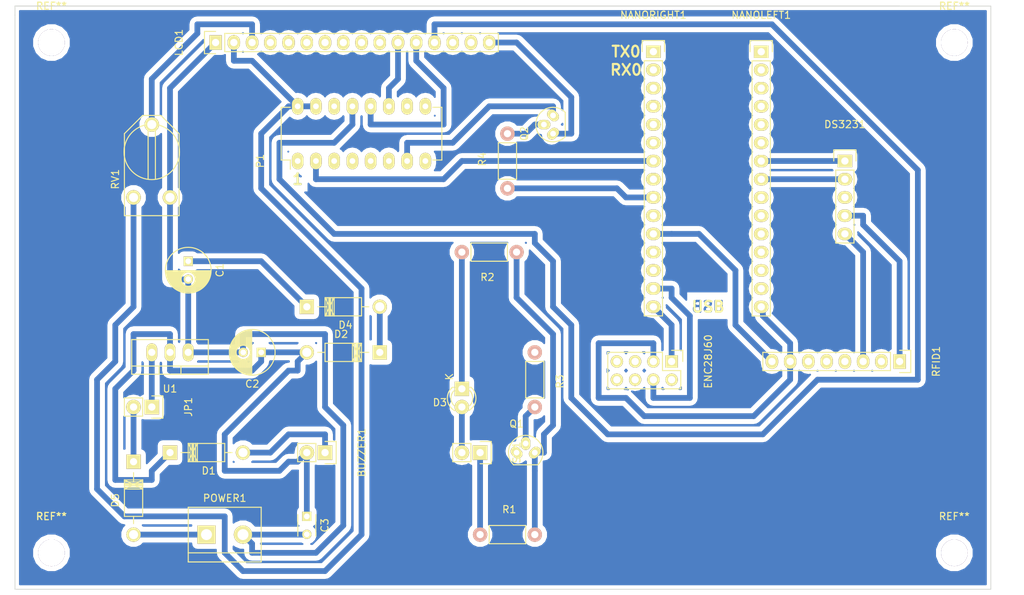
<source format=kicad_pcb>
(kicad_pcb (version 4) (host pcbnew 4.0.2+dfsg1-stable)

  (general
    (links 68)
    (no_connects 24)
    (area 123.139999 41.859999 259.130001 123.240001)
    (thickness 1.6)
    (drawings 12)
    (tracks 177)
    (zones 0)
    (modules 34)
    (nets 60)
  )

  (page A4)
  (layers
    (0 F.Cu signal)
    (31 B.Cu signal)
    (32 B.Adhes user)
    (33 F.Adhes user)
    (34 B.Paste user)
    (35 F.Paste user)
    (36 B.SilkS user)
    (37 F.SilkS user)
    (38 B.Mask user)
    (39 F.Mask user)
    (40 Dwgs.User user)
    (41 Cmts.User user)
    (42 Eco1.User user)
    (43 Eco2.User user)
    (44 Edge.Cuts user)
    (45 Margin user)
    (46 B.CrtYd user)
    (47 F.CrtYd user)
    (48 B.Fab user)
    (49 F.Fab user)
  )

  (setup
    (last_trace_width 0.8)
    (trace_clearance 0.7)
    (zone_clearance 0.508)
    (zone_45_only no)
    (trace_min 0.2)
    (segment_width 0.2)
    (edge_width 0.1)
    (via_size 0.6)
    (via_drill 0.4)
    (via_min_size 0.4)
    (via_min_drill 0.3)
    (uvia_size 0.3)
    (uvia_drill 0.1)
    (uvias_allowed no)
    (uvia_min_size 0.2)
    (uvia_min_drill 0.1)
    (pcb_text_width 0.3)
    (pcb_text_size 1.5 1.5)
    (mod_edge_width 0.15)
    (mod_text_size 1 1)
    (mod_text_width 0.15)
    (pad_size 1.5 1.5)
    (pad_drill 0.6)
    (pad_to_mask_clearance 0)
    (aux_axis_origin 0 0)
    (visible_elements FFFFFF7F)
    (pcbplotparams
      (layerselection 0x00030_80000001)
      (usegerberextensions false)
      (excludeedgelayer true)
      (linewidth 0.100000)
      (plotframeref false)
      (viasonmask false)
      (mode 1)
      (useauxorigin false)
      (hpglpennumber 1)
      (hpglpenspeed 20)
      (hpglpendiameter 15)
      (hpglpenoverlay 2)
      (psnegative false)
      (psa4output false)
      (plotreference true)
      (plotvalue true)
      (plotinvisibletext false)
      (padsonsilk false)
      (subtractmaskfromsilk false)
      (outputformat 1)
      (mirror false)
      (drillshape 1)
      (scaleselection 1)
      (outputdirectory ""))
  )

  (net 0 "")
  (net 1 "Net-(BUZZER1-Pad1)")
  (net 2 "Net-(C1-Pad1)")
  (net 3 "Net-(D2-Pad1)")
  (net 4 "Net-(D3-Pad1)")
  (net 5 "Net-(D5-Pad2)")
  (net 6 "Net-(D5-Pad1)")
  (net 7 "Net-(DS3231-Pad3)")
  (net 8 "Net-(ENC28J60-Pad2)")
  (net 9 "Net-(ENC28J60-Pad5)")
  (net 10 "Net-(LCD1-Pad7)")
  (net 11 "Net-(LCD1-Pad8)")
  (net 12 "Net-(LCD1-Pad9)")
  (net 13 "Net-(LCD1-Pad10)")
  (net 14 "Net-(NANOLEFT1-Pad1)")
  (net 15 "Net-(NANOLEFT1-Pad2)")
  (net 16 "Net-(NANOLEFT1-Pad3)")
  (net 17 "Net-(NANOLEFT1-Pad5)")
  (net 18 "Net-(NANOLEFT1-Pad6)")
  (net 19 "Net-(NANOLEFT1-Pad9)")
  (net 20 "Net-(NANOLEFT1-Pad10)")
  (net 21 "Net-(NANOLEFT1-Pad11)")
  (net 22 "Net-(NANOLEFT1-Pad12)")
  (net 23 "Net-(NANOLEFT1-Pad13)")
  (net 24 "Net-(NANOLEFT1-Pad14)")
  (net 25 "Net-(NANORIGHT1-Pad1)")
  (net 26 "Net-(NANORIGHT1-Pad2)")
  (net 27 "Net-(NANORIGHT1-Pad3)")
  (net 28 "Net-(P1-Pad4)")
  (net 29 "Net-(P1-Pad9)")
  (net 30 "Net-(P1-Pad10)")
  (net 31 "Net-(Q1-Pad2)")
  (net 32 "Net-(Q2-Pad2)")
  (net 33 "Net-(RFID1-Pad4)")
  (net 34 "Net-(BUZZER1-Pad2)")
  (net 35 "Net-(C1-Pad2)")
  (net 36 "Net-(DS3231-Pad1)")
  (net 37 "Net-(DS3231-Pad2)")
  (net 38 "Net-(ENC28J60-Pad1)")
  (net 39 "Net-(ENC28J60-Pad3)")
  (net 40 "Net-(ENC28J60-Pad4)")
  (net 41 "Net-(ENC28J60-Pad6)")
  (net 42 "Net-(JP1-Pad1)")
  (net 43 "Net-(LCD1-Pad3)")
  (net 44 "Net-(LCD1-Pad4)")
  (net 45 "Net-(LCD1-Pad5)")
  (net 46 "Net-(LCD1-Pad6)")
  (net 47 "Net-(LCD1-Pad11)")
  (net 48 "Net-(LCD1-Pad12)")
  (net 49 "Net-(LCD1-Pad13)")
  (net 50 "Net-(LCD1-Pad14)")
  (net 51 "Net-(LCD1-Pad16)")
  (net 52 "Net-(NANORIGHT1-Pad5)")
  (net 53 "Net-(NANORIGHT1-Pad6)")
  (net 54 "Net-(NANORIGHT1-Pad7)")
  (net 55 "Net-(NANORIGHT1-Pad8)")
  (net 56 "Net-(NANORIGHT1-Pad9)")
  (net 57 "Net-(NANORIGHT1-Pad10)")
  (net 58 "Net-(NANORIGHT1-Pad11)")
  (net 59 "Net-(NANORIGHT1-Pad12)")

  (net_class Default "This is the default net class."
    (clearance 0.7)
    (trace_width 0.8)
    (via_dia 0.6)
    (via_drill 0.4)
    (uvia_dia 0.3)
    (uvia_drill 0.1)
    (add_net "Net-(BUZZER1-Pad1)")
    (add_net "Net-(BUZZER1-Pad2)")
    (add_net "Net-(C1-Pad1)")
    (add_net "Net-(C1-Pad2)")
    (add_net "Net-(D2-Pad1)")
    (add_net "Net-(D3-Pad1)")
    (add_net "Net-(D5-Pad1)")
    (add_net "Net-(D5-Pad2)")
    (add_net "Net-(DS3231-Pad1)")
    (add_net "Net-(DS3231-Pad2)")
    (add_net "Net-(DS3231-Pad3)")
    (add_net "Net-(ENC28J60-Pad1)")
    (add_net "Net-(ENC28J60-Pad2)")
    (add_net "Net-(ENC28J60-Pad3)")
    (add_net "Net-(ENC28J60-Pad4)")
    (add_net "Net-(ENC28J60-Pad5)")
    (add_net "Net-(ENC28J60-Pad6)")
    (add_net "Net-(JP1-Pad1)")
    (add_net "Net-(LCD1-Pad10)")
    (add_net "Net-(LCD1-Pad11)")
    (add_net "Net-(LCD1-Pad12)")
    (add_net "Net-(LCD1-Pad13)")
    (add_net "Net-(LCD1-Pad14)")
    (add_net "Net-(LCD1-Pad16)")
    (add_net "Net-(LCD1-Pad3)")
    (add_net "Net-(LCD1-Pad4)")
    (add_net "Net-(LCD1-Pad5)")
    (add_net "Net-(LCD1-Pad6)")
    (add_net "Net-(LCD1-Pad7)")
    (add_net "Net-(LCD1-Pad8)")
    (add_net "Net-(LCD1-Pad9)")
    (add_net "Net-(NANOLEFT1-Pad1)")
    (add_net "Net-(NANOLEFT1-Pad10)")
    (add_net "Net-(NANOLEFT1-Pad11)")
    (add_net "Net-(NANOLEFT1-Pad12)")
    (add_net "Net-(NANOLEFT1-Pad13)")
    (add_net "Net-(NANOLEFT1-Pad14)")
    (add_net "Net-(NANOLEFT1-Pad2)")
    (add_net "Net-(NANOLEFT1-Pad3)")
    (add_net "Net-(NANOLEFT1-Pad5)")
    (add_net "Net-(NANOLEFT1-Pad6)")
    (add_net "Net-(NANOLEFT1-Pad9)")
    (add_net "Net-(NANORIGHT1-Pad1)")
    (add_net "Net-(NANORIGHT1-Pad10)")
    (add_net "Net-(NANORIGHT1-Pad11)")
    (add_net "Net-(NANORIGHT1-Pad12)")
    (add_net "Net-(NANORIGHT1-Pad2)")
    (add_net "Net-(NANORIGHT1-Pad3)")
    (add_net "Net-(NANORIGHT1-Pad5)")
    (add_net "Net-(NANORIGHT1-Pad6)")
    (add_net "Net-(NANORIGHT1-Pad7)")
    (add_net "Net-(NANORIGHT1-Pad8)")
    (add_net "Net-(NANORIGHT1-Pad9)")
    (add_net "Net-(P1-Pad10)")
    (add_net "Net-(P1-Pad4)")
    (add_net "Net-(P1-Pad9)")
    (add_net "Net-(Q1-Pad2)")
    (add_net "Net-(Q2-Pad2)")
    (add_net "Net-(RFID1-Pad4)")
  )

  (module Pin_Headers:Pin_Header_Straight_1x02 locked (layer F.Cu) (tedit 54EA090C) (tstamp 599E182F)
    (at 166.37 104.14 270)
    (descr "Through hole pin header")
    (tags "pin header")
    (path /599F0B21)
    (fp_text reference BUZZER1 (at 0 -5.1 270) (layer F.SilkS)
      (effects (font (size 1 1) (thickness 0.15)))
    )
    (fp_text value CONNECTOR_BUZZER (at 0 -3.1 270) (layer F.Fab)
      (effects (font (size 1 1) (thickness 0.15)))
    )
    (fp_line (start 1.27 1.27) (end 1.27 3.81) (layer F.SilkS) (width 0.15))
    (fp_line (start 1.55 -1.55) (end 1.55 0) (layer F.SilkS) (width 0.15))
    (fp_line (start -1.75 -1.75) (end -1.75 4.3) (layer F.CrtYd) (width 0.05))
    (fp_line (start 1.75 -1.75) (end 1.75 4.3) (layer F.CrtYd) (width 0.05))
    (fp_line (start -1.75 -1.75) (end 1.75 -1.75) (layer F.CrtYd) (width 0.05))
    (fp_line (start -1.75 4.3) (end 1.75 4.3) (layer F.CrtYd) (width 0.05))
    (fp_line (start 1.27 1.27) (end -1.27 1.27) (layer F.SilkS) (width 0.15))
    (fp_line (start -1.55 0) (end -1.55 -1.55) (layer F.SilkS) (width 0.15))
    (fp_line (start -1.55 -1.55) (end 1.55 -1.55) (layer F.SilkS) (width 0.15))
    (fp_line (start -1.27 1.27) (end -1.27 3.81) (layer F.SilkS) (width 0.15))
    (fp_line (start -1.27 3.81) (end 1.27 3.81) (layer F.SilkS) (width 0.15))
    (pad 1 thru_hole rect (at 0 0 270) (size 2.032 2.032) (drill 1.016) (layers *.Cu *.Mask F.SilkS)
      (net 1 "Net-(BUZZER1-Pad1)"))
    (pad 2 thru_hole oval (at 0 2.54 270) (size 2.032 2.032) (drill 1.016) (layers *.Cu *.Mask F.SilkS)
      (net 34 "Net-(BUZZER1-Pad2)"))
    (model Pin_Headers.3dshapes/Pin_Header_Straight_1x02.wrl
      (at (xyz 0 -0.05 0))
      (scale (xyz 1 1 1))
      (rotate (xyz 0 0 90))
    )
  )

  (module Capacitors_ThroughHole:C_Radial_D6.3_L11.2_P2.5 locked (layer F.Cu) (tedit 599E3C76) (tstamp 599E1835)
    (at 147.32 77.47 270)
    (descr "Radial Electrolytic Capacitor, Diameter 6.3mm x Length 11.2mm, Pitch 2.5mm")
    (tags "Electrolytic Capacitor")
    (path /5995FFB0)
    (fp_text reference C1 (at 1.25 -4.4 270) (layer F.SilkS)
      (effects (font (size 1 1) (thickness 0.15)))
    )
    (fp_text value 10x16 (at 1.25 4.4 270) (layer F.Fab)
      (effects (font (size 1 1) (thickness 0.15)))
    )
    (fp_line (start 1.325 -3.149) (end 1.325 3.149) (layer F.SilkS) (width 0.15))
    (fp_line (start 1.465 -3.143) (end 1.465 3.143) (layer F.SilkS) (width 0.15))
    (fp_line (start 1.605 -3.13) (end 1.605 -0.446) (layer F.SilkS) (width 0.15))
    (fp_line (start 1.605 0.446) (end 1.605 3.13) (layer F.SilkS) (width 0.15))
    (fp_line (start 1.745 -3.111) (end 1.745 -0.656) (layer F.SilkS) (width 0.15))
    (fp_line (start 1.745 0.656) (end 1.745 3.111) (layer F.SilkS) (width 0.15))
    (fp_line (start 1.885 -3.085) (end 1.885 -0.789) (layer F.SilkS) (width 0.15))
    (fp_line (start 1.885 0.789) (end 1.885 3.085) (layer F.SilkS) (width 0.15))
    (fp_line (start 2.025 -3.053) (end 2.025 -0.88) (layer F.SilkS) (width 0.15))
    (fp_line (start 2.025 0.88) (end 2.025 3.053) (layer F.SilkS) (width 0.15))
    (fp_line (start 2.165 -3.014) (end 2.165 -0.942) (layer F.SilkS) (width 0.15))
    (fp_line (start 2.165 0.942) (end 2.165 3.014) (layer F.SilkS) (width 0.15))
    (fp_line (start 2.305 -2.968) (end 2.305 -0.981) (layer F.SilkS) (width 0.15))
    (fp_line (start 2.305 0.981) (end 2.305 2.968) (layer F.SilkS) (width 0.15))
    (fp_line (start 2.445 -2.915) (end 2.445 -0.998) (layer F.SilkS) (width 0.15))
    (fp_line (start 2.445 0.998) (end 2.445 2.915) (layer F.SilkS) (width 0.15))
    (fp_line (start 2.585 -2.853) (end 2.585 -0.996) (layer F.SilkS) (width 0.15))
    (fp_line (start 2.585 0.996) (end 2.585 2.853) (layer F.SilkS) (width 0.15))
    (fp_line (start 2.725 -2.783) (end 2.725 -0.974) (layer F.SilkS) (width 0.15))
    (fp_line (start 2.725 0.974) (end 2.725 2.783) (layer F.SilkS) (width 0.15))
    (fp_line (start 2.865 -2.704) (end 2.865 -0.931) (layer F.SilkS) (width 0.15))
    (fp_line (start 2.865 0.931) (end 2.865 2.704) (layer F.SilkS) (width 0.15))
    (fp_line (start 3.005 -2.616) (end 3.005 -0.863) (layer F.SilkS) (width 0.15))
    (fp_line (start 3.005 0.863) (end 3.005 2.616) (layer F.SilkS) (width 0.15))
    (fp_line (start 3.145 -2.516) (end 3.145 -0.764) (layer F.SilkS) (width 0.15))
    (fp_line (start 3.145 0.764) (end 3.145 2.516) (layer F.SilkS) (width 0.15))
    (fp_line (start 3.285 -2.404) (end 3.285 -0.619) (layer F.SilkS) (width 0.15))
    (fp_line (start 3.285 0.619) (end 3.285 2.404) (layer F.SilkS) (width 0.15))
    (fp_line (start 3.425 -2.279) (end 3.425 -0.38) (layer F.SilkS) (width 0.15))
    (fp_line (start 3.425 0.38) (end 3.425 2.279) (layer F.SilkS) (width 0.15))
    (fp_line (start 3.565 -2.136) (end 3.565 2.136) (layer F.SilkS) (width 0.15))
    (fp_line (start 3.705 -1.974) (end 3.705 1.974) (layer F.SilkS) (width 0.15))
    (fp_line (start 3.845 -1.786) (end 3.845 1.786) (layer F.SilkS) (width 0.15))
    (fp_line (start 3.985 -1.563) (end 3.985 1.563) (layer F.SilkS) (width 0.15))
    (fp_line (start 4.125 -1.287) (end 4.125 1.287) (layer F.SilkS) (width 0.15))
    (fp_line (start 4.265 -0.912) (end 4.265 0.912) (layer F.SilkS) (width 0.15))
    (fp_circle (center 2.5 0) (end 2.5 -1) (layer F.SilkS) (width 0.15))
    (fp_circle (center 1.25 0) (end 1.25 -3.1875) (layer F.SilkS) (width 0.15))
    (fp_circle (center 1.25 0) (end 1.25 -3.4) (layer F.CrtYd) (width 0.05))
    (pad 2 thru_hole circle (at 2.5 0 270) (size 1.3 1.3) (drill 0.8) (layers *.Cu *.Mask F.SilkS)
      (net 35 "Net-(C1-Pad2)"))
    (pad 1 thru_hole rect (at 0 0 270) (size 1.3 1.3) (drill 0.8) (layers *.Cu *.Mask F.SilkS)
      (net 2 "Net-(C1-Pad1)"))
    (model Capacitors_ThroughHole.3dshapes/C_Radial_D6.3_L11.2_P2.5.wrl
      (at (xyz 0 0 0))
      (scale (xyz 1 1 1))
      (rotate (xyz 0 0 0))
    )
  )

  (module Capacitors_ThroughHole:C_Radial_D6.3_L11.2_P2.5 locked (layer F.Cu) (tedit 0) (tstamp 599E183B)
    (at 157.48 90.17 180)
    (descr "Radial Electrolytic Capacitor, Diameter 6.3mm x Length 11.2mm, Pitch 2.5mm")
    (tags "Electrolytic Capacitor")
    (path /5995FF2F)
    (fp_text reference C2 (at 1.25 -4.4 180) (layer F.SilkS)
      (effects (font (size 1 1) (thickness 0.15)))
    )
    (fp_text value 10x16 (at 1.25 4.4 180) (layer F.Fab)
      (effects (font (size 1 1) (thickness 0.15)))
    )
    (fp_line (start 1.325 -3.149) (end 1.325 3.149) (layer F.SilkS) (width 0.15))
    (fp_line (start 1.465 -3.143) (end 1.465 3.143) (layer F.SilkS) (width 0.15))
    (fp_line (start 1.605 -3.13) (end 1.605 -0.446) (layer F.SilkS) (width 0.15))
    (fp_line (start 1.605 0.446) (end 1.605 3.13) (layer F.SilkS) (width 0.15))
    (fp_line (start 1.745 -3.111) (end 1.745 -0.656) (layer F.SilkS) (width 0.15))
    (fp_line (start 1.745 0.656) (end 1.745 3.111) (layer F.SilkS) (width 0.15))
    (fp_line (start 1.885 -3.085) (end 1.885 -0.789) (layer F.SilkS) (width 0.15))
    (fp_line (start 1.885 0.789) (end 1.885 3.085) (layer F.SilkS) (width 0.15))
    (fp_line (start 2.025 -3.053) (end 2.025 -0.88) (layer F.SilkS) (width 0.15))
    (fp_line (start 2.025 0.88) (end 2.025 3.053) (layer F.SilkS) (width 0.15))
    (fp_line (start 2.165 -3.014) (end 2.165 -0.942) (layer F.SilkS) (width 0.15))
    (fp_line (start 2.165 0.942) (end 2.165 3.014) (layer F.SilkS) (width 0.15))
    (fp_line (start 2.305 -2.968) (end 2.305 -0.981) (layer F.SilkS) (width 0.15))
    (fp_line (start 2.305 0.981) (end 2.305 2.968) (layer F.SilkS) (width 0.15))
    (fp_line (start 2.445 -2.915) (end 2.445 -0.998) (layer F.SilkS) (width 0.15))
    (fp_line (start 2.445 0.998) (end 2.445 2.915) (layer F.SilkS) (width 0.15))
    (fp_line (start 2.585 -2.853) (end 2.585 -0.996) (layer F.SilkS) (width 0.15))
    (fp_line (start 2.585 0.996) (end 2.585 2.853) (layer F.SilkS) (width 0.15))
    (fp_line (start 2.725 -2.783) (end 2.725 -0.974) (layer F.SilkS) (width 0.15))
    (fp_line (start 2.725 0.974) (end 2.725 2.783) (layer F.SilkS) (width 0.15))
    (fp_line (start 2.865 -2.704) (end 2.865 -0.931) (layer F.SilkS) (width 0.15))
    (fp_line (start 2.865 0.931) (end 2.865 2.704) (layer F.SilkS) (width 0.15))
    (fp_line (start 3.005 -2.616) (end 3.005 -0.863) (layer F.SilkS) (width 0.15))
    (fp_line (start 3.005 0.863) (end 3.005 2.616) (layer F.SilkS) (width 0.15))
    (fp_line (start 3.145 -2.516) (end 3.145 -0.764) (layer F.SilkS) (width 0.15))
    (fp_line (start 3.145 0.764) (end 3.145 2.516) (layer F.SilkS) (width 0.15))
    (fp_line (start 3.285 -2.404) (end 3.285 -0.619) (layer F.SilkS) (width 0.15))
    (fp_line (start 3.285 0.619) (end 3.285 2.404) (layer F.SilkS) (width 0.15))
    (fp_line (start 3.425 -2.279) (end 3.425 -0.38) (layer F.SilkS) (width 0.15))
    (fp_line (start 3.425 0.38) (end 3.425 2.279) (layer F.SilkS) (width 0.15))
    (fp_line (start 3.565 -2.136) (end 3.565 2.136) (layer F.SilkS) (width 0.15))
    (fp_line (start 3.705 -1.974) (end 3.705 1.974) (layer F.SilkS) (width 0.15))
    (fp_line (start 3.845 -1.786) (end 3.845 1.786) (layer F.SilkS) (width 0.15))
    (fp_line (start 3.985 -1.563) (end 3.985 1.563) (layer F.SilkS) (width 0.15))
    (fp_line (start 4.125 -1.287) (end 4.125 1.287) (layer F.SilkS) (width 0.15))
    (fp_line (start 4.265 -0.912) (end 4.265 0.912) (layer F.SilkS) (width 0.15))
    (fp_circle (center 2.5 0) (end 2.5 -1) (layer F.SilkS) (width 0.15))
    (fp_circle (center 1.25 0) (end 1.25 -3.1875) (layer F.SilkS) (width 0.15))
    (fp_circle (center 1.25 0) (end 1.25 -3.4) (layer F.CrtYd) (width 0.05))
    (pad 2 thru_hole circle (at 2.5 0 180) (size 1.3 1.3) (drill 0.8) (layers *.Cu *.Mask F.SilkS)
      (net 35 "Net-(C1-Pad2)"))
    (pad 1 thru_hole rect (at 0 0 180) (size 1.3 1.3) (drill 0.8) (layers *.Cu *.Mask F.SilkS)
      (net 34 "Net-(BUZZER1-Pad2)"))
    (model Capacitors_ThroughHole.3dshapes/C_Radial_D6.3_L11.2_P2.5.wrl
      (at (xyz 0 0 0))
      (scale (xyz 1 1 1))
      (rotate (xyz 0 0 0))
    )
  )

  (module Capacitors_ThroughHole:C_Disc_D3_P2.5 (layer F.Cu) (tedit 0) (tstamp 599E1841)
    (at 163.83 113.03 270)
    (descr "Capacitor 3mm Disc, Pitch 2.5mm")
    (tags Capacitor)
    (path /599E0430)
    (fp_text reference C3 (at 1.25 -2.5 270) (layer F.SilkS)
      (effects (font (size 1 1) (thickness 0.15)))
    )
    (fp_text value 0.1 (at 1.25 2.5 270) (layer F.Fab)
      (effects (font (size 1 1) (thickness 0.15)))
    )
    (fp_line (start -0.9 -1.5) (end 3.4 -1.5) (layer F.CrtYd) (width 0.05))
    (fp_line (start 3.4 -1.5) (end 3.4 1.5) (layer F.CrtYd) (width 0.05))
    (fp_line (start 3.4 1.5) (end -0.9 1.5) (layer F.CrtYd) (width 0.05))
    (fp_line (start -0.9 1.5) (end -0.9 -1.5) (layer F.CrtYd) (width 0.05))
    (fp_line (start -0.25 -1.25) (end 2.75 -1.25) (layer F.SilkS) (width 0.15))
    (fp_line (start 2.75 1.25) (end -0.25 1.25) (layer F.SilkS) (width 0.15))
    (pad 1 thru_hole rect (at 0 0 270) (size 1.3 1.3) (drill 0.8) (layers *.Cu *.Mask F.SilkS)
      (net 34 "Net-(BUZZER1-Pad2)"))
    (pad 2 thru_hole circle (at 2.5 0 270) (size 1.3 1.3) (drill 0.8001) (layers *.Cu *.Mask F.SilkS)
      (net 35 "Net-(C1-Pad2)"))
    (model Capacitors_ThroughHole.3dshapes/C_Disc_D3_P2.5.wrl
      (at (xyz 0.0492126 0 0))
      (scale (xyz 1 1 1))
      (rotate (xyz 0 0 0))
    )
  )

  (module Diodes_ThroughHole:Diode_DO-41_SOD81_Horizontal_RM10 locked (layer F.Cu) (tedit 552FFCCE) (tstamp 599E1847)
    (at 144.78 104.14)
    (descr "Diode, DO-41, SOD81, Horizontal, RM 10mm,")
    (tags "Diode, DO-41, SOD81, Horizontal, RM 10mm, 1N4007, SB140,")
    (path /599F9B76)
    (fp_text reference D1 (at 5.38734 2.53746) (layer F.SilkS)
      (effects (font (size 1 1) (thickness 0.15)))
    )
    (fp_text value 1N4007 (at 4.37134 -3.55854) (layer F.Fab)
      (effects (font (size 1 1) (thickness 0.15)))
    )
    (fp_line (start 7.62 -0.00254) (end 8.636 -0.00254) (layer F.SilkS) (width 0.15))
    (fp_line (start 2.794 -0.00254) (end 1.524 -0.00254) (layer F.SilkS) (width 0.15))
    (fp_line (start 3.048 -1.27254) (end 3.048 1.26746) (layer F.SilkS) (width 0.15))
    (fp_line (start 3.302 -1.27254) (end 3.302 1.26746) (layer F.SilkS) (width 0.15))
    (fp_line (start 3.556 -1.27254) (end 3.556 1.26746) (layer F.SilkS) (width 0.15))
    (fp_line (start 2.794 -1.27254) (end 2.794 1.26746) (layer F.SilkS) (width 0.15))
    (fp_line (start 3.81 -1.27254) (end 2.54 1.26746) (layer F.SilkS) (width 0.15))
    (fp_line (start 2.54 -1.27254) (end 3.81 1.26746) (layer F.SilkS) (width 0.15))
    (fp_line (start 3.81 -1.27254) (end 3.81 1.26746) (layer F.SilkS) (width 0.15))
    (fp_line (start 3.175 -1.27254) (end 3.175 1.26746) (layer F.SilkS) (width 0.15))
    (fp_line (start 2.54 1.26746) (end 2.54 -1.27254) (layer F.SilkS) (width 0.15))
    (fp_line (start 2.54 -1.27254) (end 7.62 -1.27254) (layer F.SilkS) (width 0.15))
    (fp_line (start 7.62 -1.27254) (end 7.62 1.26746) (layer F.SilkS) (width 0.15))
    (fp_line (start 7.62 1.26746) (end 2.54 1.26746) (layer F.SilkS) (width 0.15))
    (pad 2 thru_hole circle (at 10.16 -0.00254 180) (size 1.99898 1.99898) (drill 1.27) (layers *.Cu *.Mask F.SilkS)
      (net 1 "Net-(BUZZER1-Pad1)"))
    (pad 1 thru_hole rect (at 0 -0.00254 180) (size 1.99898 1.99898) (drill 1.00076) (layers *.Cu *.Mask F.SilkS)
      (net 34 "Net-(BUZZER1-Pad2)"))
  )

  (module Diodes_ThroughHole:Diode_DO-41_SOD81_Horizontal_RM10 locked (layer F.Cu) (tedit 552FFCCE) (tstamp 599E184D)
    (at 173.99 90.17 180)
    (descr "Diode, DO-41, SOD81, Horizontal, RM 10mm,")
    (tags "Diode, DO-41, SOD81, Horizontal, RM 10mm, 1N4007, SB140,")
    (path /5995FCC7)
    (fp_text reference D2 (at 5.38734 2.53746 180) (layer F.SilkS)
      (effects (font (size 1 1) (thickness 0.15)))
    )
    (fp_text value 1N4007 (at 4.37134 -3.55854 180) (layer F.Fab)
      (effects (font (size 1 1) (thickness 0.15)))
    )
    (fp_line (start 7.62 -0.00254) (end 8.636 -0.00254) (layer F.SilkS) (width 0.15))
    (fp_line (start 2.794 -0.00254) (end 1.524 -0.00254) (layer F.SilkS) (width 0.15))
    (fp_line (start 3.048 -1.27254) (end 3.048 1.26746) (layer F.SilkS) (width 0.15))
    (fp_line (start 3.302 -1.27254) (end 3.302 1.26746) (layer F.SilkS) (width 0.15))
    (fp_line (start 3.556 -1.27254) (end 3.556 1.26746) (layer F.SilkS) (width 0.15))
    (fp_line (start 2.794 -1.27254) (end 2.794 1.26746) (layer F.SilkS) (width 0.15))
    (fp_line (start 3.81 -1.27254) (end 2.54 1.26746) (layer F.SilkS) (width 0.15))
    (fp_line (start 2.54 -1.27254) (end 3.81 1.26746) (layer F.SilkS) (width 0.15))
    (fp_line (start 3.81 -1.27254) (end 3.81 1.26746) (layer F.SilkS) (width 0.15))
    (fp_line (start 3.175 -1.27254) (end 3.175 1.26746) (layer F.SilkS) (width 0.15))
    (fp_line (start 2.54 1.26746) (end 2.54 -1.27254) (layer F.SilkS) (width 0.15))
    (fp_line (start 2.54 -1.27254) (end 7.62 -1.27254) (layer F.SilkS) (width 0.15))
    (fp_line (start 7.62 -1.27254) (end 7.62 1.26746) (layer F.SilkS) (width 0.15))
    (fp_line (start 7.62 1.26746) (end 2.54 1.26746) (layer F.SilkS) (width 0.15))
    (pad 2 thru_hole circle (at 10.16 -0.00254) (size 1.99898 1.99898) (drill 1.27) (layers *.Cu *.Mask F.SilkS)
      (net 34 "Net-(BUZZER1-Pad2)"))
    (pad 1 thru_hole rect (at 0 -0.00254) (size 1.99898 1.99898) (drill 1.00076) (layers *.Cu *.Mask F.SilkS)
      (net 3 "Net-(D2-Pad1)"))
  )

  (module LEDs:LED-3MM locked (layer F.Cu) (tedit 599E3AC9) (tstamp 599E1853)
    (at 185.42 95.25 270)
    (descr "LED 3mm round vertical")
    (tags "LED  3mm round vertical")
    (path /5995FD7E)
    (fp_text reference D3 (at 1.91 3.06 360) (layer F.SilkS)
      (effects (font (size 1 1) (thickness 0.15)))
    )
    (fp_text value LED_3mm (at 1.3 -2.9 360) (layer F.Fab)
      (effects (font (size 1 1) (thickness 0.15)))
    )
    (fp_line (start -1.2 2.3) (end 3.8 2.3) (layer F.CrtYd) (width 0.05))
    (fp_line (start 3.8 2.3) (end 3.8 -2.2) (layer F.CrtYd) (width 0.05))
    (fp_line (start 3.8 -2.2) (end -1.2 -2.2) (layer F.CrtYd) (width 0.05))
    (fp_line (start -1.2 -2.2) (end -1.2 2.3) (layer F.CrtYd) (width 0.05))
    (fp_line (start -0.199 1.314) (end -0.199 1.114) (layer F.SilkS) (width 0.15))
    (fp_line (start -0.199 -1.28) (end -0.199 -1.1) (layer F.SilkS) (width 0.15))
    (fp_arc (start 1.301 0.034) (end -0.199 -1.286) (angle 108.5) (layer F.SilkS) (width 0.15))
    (fp_arc (start 1.301 0.034) (end 0.25 -1.1) (angle 85.7) (layer F.SilkS) (width 0.15))
    (fp_arc (start 1.311 0.034) (end 3.051 0.994) (angle 110) (layer F.SilkS) (width 0.15))
    (fp_arc (start 1.301 0.034) (end 2.335 1.094) (angle 87.5) (layer F.SilkS) (width 0.15))
    (fp_text user K (at -1.69 1.74 270) (layer F.SilkS)
      (effects (font (size 1 1) (thickness 0.15)))
    )
    (pad 1 thru_hole rect (at 0 0) (size 2 2) (drill 1.00076) (layers *.Cu *.Mask F.SilkS)
      (net 4 "Net-(D3-Pad1)"))
    (pad 2 thru_hole circle (at 2.54 0 270) (size 2 2) (drill 1.00076) (layers *.Cu *.Mask F.SilkS)
      (net 34 "Net-(BUZZER1-Pad2)"))
    (model LEDs.3dshapes/LED-3MM.wrl
      (at (xyz 0.05 0 0))
      (scale (xyz 1 1 1))
      (rotate (xyz 0 0 90))
    )
  )

  (module Diodes_ThroughHole:Diode_DO-41_SOD81_Horizontal_RM10 (layer F.Cu) (tedit 552FFCCE) (tstamp 599E1859)
    (at 163.83 83.82)
    (descr "Diode, DO-41, SOD81, Horizontal, RM 10mm,")
    (tags "Diode, DO-41, SOD81, Horizontal, RM 10mm, 1N4007, SB140,")
    (path /5995FD0A)
    (fp_text reference D4 (at 5.38734 2.53746) (layer F.SilkS)
      (effects (font (size 1 1) (thickness 0.15)))
    )
    (fp_text value 1N4007 (at 4.37134 -3.55854) (layer F.Fab)
      (effects (font (size 1 1) (thickness 0.15)))
    )
    (fp_line (start 7.62 -0.00254) (end 8.636 -0.00254) (layer F.SilkS) (width 0.15))
    (fp_line (start 2.794 -0.00254) (end 1.524 -0.00254) (layer F.SilkS) (width 0.15))
    (fp_line (start 3.048 -1.27254) (end 3.048 1.26746) (layer F.SilkS) (width 0.15))
    (fp_line (start 3.302 -1.27254) (end 3.302 1.26746) (layer F.SilkS) (width 0.15))
    (fp_line (start 3.556 -1.27254) (end 3.556 1.26746) (layer F.SilkS) (width 0.15))
    (fp_line (start 2.794 -1.27254) (end 2.794 1.26746) (layer F.SilkS) (width 0.15))
    (fp_line (start 3.81 -1.27254) (end 2.54 1.26746) (layer F.SilkS) (width 0.15))
    (fp_line (start 2.54 -1.27254) (end 3.81 1.26746) (layer F.SilkS) (width 0.15))
    (fp_line (start 3.81 -1.27254) (end 3.81 1.26746) (layer F.SilkS) (width 0.15))
    (fp_line (start 3.175 -1.27254) (end 3.175 1.26746) (layer F.SilkS) (width 0.15))
    (fp_line (start 2.54 1.26746) (end 2.54 -1.27254) (layer F.SilkS) (width 0.15))
    (fp_line (start 2.54 -1.27254) (end 7.62 -1.27254) (layer F.SilkS) (width 0.15))
    (fp_line (start 7.62 -1.27254) (end 7.62 1.26746) (layer F.SilkS) (width 0.15))
    (fp_line (start 7.62 1.26746) (end 2.54 1.26746) (layer F.SilkS) (width 0.15))
    (pad 2 thru_hole circle (at 10.16 -0.00254 180) (size 1.99898 1.99898) (drill 1.27) (layers *.Cu *.Mask F.SilkS)
      (net 3 "Net-(D2-Pad1)"))
    (pad 1 thru_hole rect (at 0 -0.00254 180) (size 1.99898 1.99898) (drill 1.00076) (layers *.Cu *.Mask F.SilkS)
      (net 2 "Net-(C1-Pad1)"))
  )

  (module Diodes_ThroughHole:Diode_DO-41_SOD81_Horizontal_RM10 (layer F.Cu) (tedit 552FFCCE) (tstamp 599E185F)
    (at 139.7 105.41 270)
    (descr "Diode, DO-41, SOD81, Horizontal, RM 10mm,")
    (tags "Diode, DO-41, SOD81, Horizontal, RM 10mm, 1N4007, SB140,")
    (path /59960A97)
    (fp_text reference D5 (at 5.38734 2.53746 270) (layer F.SilkS)
      (effects (font (size 1 1) (thickness 0.15)))
    )
    (fp_text value 1N4007 (at 4.37134 -3.55854 270) (layer F.Fab)
      (effects (font (size 1 1) (thickness 0.15)))
    )
    (fp_line (start 7.62 -0.00254) (end 8.636 -0.00254) (layer F.SilkS) (width 0.15))
    (fp_line (start 2.794 -0.00254) (end 1.524 -0.00254) (layer F.SilkS) (width 0.15))
    (fp_line (start 3.048 -1.27254) (end 3.048 1.26746) (layer F.SilkS) (width 0.15))
    (fp_line (start 3.302 -1.27254) (end 3.302 1.26746) (layer F.SilkS) (width 0.15))
    (fp_line (start 3.556 -1.27254) (end 3.556 1.26746) (layer F.SilkS) (width 0.15))
    (fp_line (start 2.794 -1.27254) (end 2.794 1.26746) (layer F.SilkS) (width 0.15))
    (fp_line (start 3.81 -1.27254) (end 2.54 1.26746) (layer F.SilkS) (width 0.15))
    (fp_line (start 2.54 -1.27254) (end 3.81 1.26746) (layer F.SilkS) (width 0.15))
    (fp_line (start 3.81 -1.27254) (end 3.81 1.26746) (layer F.SilkS) (width 0.15))
    (fp_line (start 3.175 -1.27254) (end 3.175 1.26746) (layer F.SilkS) (width 0.15))
    (fp_line (start 2.54 1.26746) (end 2.54 -1.27254) (layer F.SilkS) (width 0.15))
    (fp_line (start 2.54 -1.27254) (end 7.62 -1.27254) (layer F.SilkS) (width 0.15))
    (fp_line (start 7.62 -1.27254) (end 7.62 1.26746) (layer F.SilkS) (width 0.15))
    (fp_line (start 7.62 1.26746) (end 2.54 1.26746) (layer F.SilkS) (width 0.15))
    (pad 2 thru_hole circle (at 10.16 -0.00254 90) (size 1.99898 1.99898) (drill 1.27) (layers *.Cu *.Mask F.SilkS)
      (net 5 "Net-(D5-Pad2)"))
    (pad 1 thru_hole rect (at 0 -0.00254 90) (size 1.99898 1.99898) (drill 1.00076) (layers *.Cu *.Mask F.SilkS)
      (net 6 "Net-(D5-Pad1)"))
  )

  (module Pin_Headers:Pin_Header_Straight_1x05 (layer F.Cu) (tedit 54EA0684) (tstamp 599E1868)
    (at 238.76 63.5)
    (descr "Through hole pin header")
    (tags "pin header")
    (path /599BB236)
    (fp_text reference DS3231 (at 0 -5.1) (layer F.SilkS)
      (effects (font (size 1 1) (thickness 0.15)))
    )
    (fp_text value CLOCK (at 0 -3.1) (layer F.Fab)
      (effects (font (size 1 1) (thickness 0.15)))
    )
    (fp_line (start -1.55 0) (end -1.55 -1.55) (layer F.SilkS) (width 0.15))
    (fp_line (start -1.55 -1.55) (end 1.55 -1.55) (layer F.SilkS) (width 0.15))
    (fp_line (start 1.55 -1.55) (end 1.55 0) (layer F.SilkS) (width 0.15))
    (fp_line (start -1.75 -1.75) (end -1.75 11.95) (layer F.CrtYd) (width 0.05))
    (fp_line (start 1.75 -1.75) (end 1.75 11.95) (layer F.CrtYd) (width 0.05))
    (fp_line (start -1.75 -1.75) (end 1.75 -1.75) (layer F.CrtYd) (width 0.05))
    (fp_line (start -1.75 11.95) (end 1.75 11.95) (layer F.CrtYd) (width 0.05))
    (fp_line (start 1.27 1.27) (end 1.27 11.43) (layer F.SilkS) (width 0.15))
    (fp_line (start 1.27 11.43) (end -1.27 11.43) (layer F.SilkS) (width 0.15))
    (fp_line (start -1.27 11.43) (end -1.27 1.27) (layer F.SilkS) (width 0.15))
    (fp_line (start 1.27 1.27) (end -1.27 1.27) (layer F.SilkS) (width 0.15))
    (pad 1 thru_hole rect (at 0 0) (size 2.032 1.7272) (drill 1.016) (layers *.Cu *.Mask F.SilkS)
      (net 36 "Net-(DS3231-Pad1)"))
    (pad 2 thru_hole oval (at 0 2.54) (size 2.032 1.7272) (drill 1.016) (layers *.Cu *.Mask F.SilkS)
      (net 37 "Net-(DS3231-Pad2)"))
    (pad 3 thru_hole oval (at 0 5.08) (size 2.032 1.7272) (drill 1.016) (layers *.Cu *.Mask F.SilkS)
      (net 7 "Net-(DS3231-Pad3)"))
    (pad 4 thru_hole oval (at 0 7.62) (size 2.032 1.7272) (drill 1.016) (layers *.Cu *.Mask F.SilkS)
      (net 2 "Net-(C1-Pad1)"))
    (pad 5 thru_hole oval (at 0 10.16) (size 2.032 1.7272) (drill 1.016) (layers *.Cu *.Mask F.SilkS)
      (net 35 "Net-(C1-Pad2)"))
    (model Pin_Headers.3dshapes/Pin_Header_Straight_1x05.wrl
      (at (xyz 0 -0.2 0))
      (scale (xyz 1 1 1))
      (rotate (xyz 0 0 90))
    )
  )

  (module Pin_Headers:Pin_Header_Straight_2x04 (layer F.Cu) (tedit 0) (tstamp 599E1874)
    (at 214.63 91.44 270)
    (descr "Through hole pin header")
    (tags "pin header")
    (path /599BD1D9)
    (fp_text reference ENC28J60 (at 0 -5.1 270) (layer F.SilkS)
      (effects (font (size 1 1) (thickness 0.15)))
    )
    (fp_text value ETHERNET (at 0 -3.1 270) (layer F.Fab)
      (effects (font (size 1 1) (thickness 0.15)))
    )
    (fp_line (start -1.75 -1.75) (end -1.75 9.4) (layer F.CrtYd) (width 0.05))
    (fp_line (start 4.3 -1.75) (end 4.3 9.4) (layer F.CrtYd) (width 0.05))
    (fp_line (start -1.75 -1.75) (end 4.3 -1.75) (layer F.CrtYd) (width 0.05))
    (fp_line (start -1.75 9.4) (end 4.3 9.4) (layer F.CrtYd) (width 0.05))
    (fp_line (start -1.27 1.27) (end -1.27 8.89) (layer F.SilkS) (width 0.15))
    (fp_line (start -1.27 8.89) (end 3.81 8.89) (layer F.SilkS) (width 0.15))
    (fp_line (start 3.81 8.89) (end 3.81 -1.27) (layer F.SilkS) (width 0.15))
    (fp_line (start 3.81 -1.27) (end 1.27 -1.27) (layer F.SilkS) (width 0.15))
    (fp_line (start 0 -1.55) (end -1.55 -1.55) (layer F.SilkS) (width 0.15))
    (fp_line (start 1.27 -1.27) (end 1.27 1.27) (layer F.SilkS) (width 0.15))
    (fp_line (start 1.27 1.27) (end -1.27 1.27) (layer F.SilkS) (width 0.15))
    (fp_line (start -1.55 -1.55) (end -1.55 0) (layer F.SilkS) (width 0.15))
    (pad 1 thru_hole rect (at 0 0 270) (size 1.7272 1.7272) (drill 1.016) (layers *.Cu *.Mask F.SilkS)
      (net 38 "Net-(ENC28J60-Pad1)"))
    (pad 2 thru_hole oval (at 2.54 0 270) (size 1.7272 1.7272) (drill 1.016) (layers *.Cu *.Mask F.SilkS)
      (net 8 "Net-(ENC28J60-Pad2)"))
    (pad 3 thru_hole oval (at 0 2.54 270) (size 1.7272 1.7272) (drill 1.016) (layers *.Cu *.Mask F.SilkS)
      (net 39 "Net-(ENC28J60-Pad3)"))
    (pad 4 thru_hole oval (at 2.54 2.54 270) (size 1.7272 1.7272) (drill 1.016) (layers *.Cu *.Mask F.SilkS)
      (net 40 "Net-(ENC28J60-Pad4)"))
    (pad 5 thru_hole oval (at 0 5.08 270) (size 1.7272 1.7272) (drill 1.016) (layers *.Cu *.Mask F.SilkS)
      (net 9 "Net-(ENC28J60-Pad5)"))
    (pad 6 thru_hole oval (at 2.54 5.08 270) (size 1.7272 1.7272) (drill 1.016) (layers *.Cu *.Mask F.SilkS)
      (net 41 "Net-(ENC28J60-Pad6)"))
    (pad 7 thru_hole oval (at 0 7.62 270) (size 1.7272 1.7272) (drill 1.016) (layers *.Cu *.Mask F.SilkS)
      (net 2 "Net-(C1-Pad1)"))
    (pad 8 thru_hole oval (at 2.54 7.62 270) (size 1.7272 1.7272) (drill 1.016) (layers *.Cu *.Mask F.SilkS)
      (net 35 "Net-(C1-Pad2)"))
    (model Pin_Headers.3dshapes/Pin_Header_Straight_2x04.wrl
      (at (xyz 0.05 -0.15 0))
      (scale (xyz 1 1 1))
      (rotate (xyz 0 0 90))
    )
  )

  (module Pin_Headers:Pin_Header_Straight_1x02 locked (layer F.Cu) (tedit 54EA090C) (tstamp 599E187A)
    (at 142.24 97.79 270)
    (descr "Through hole pin header")
    (tags "pin header")
    (path /599EE8FB)
    (fp_text reference JP1 (at 0 -5.1 270) (layer F.SilkS)
      (effects (font (size 1 1) (thickness 0.15)))
    )
    (fp_text value JUMPER (at 0 -3.1 270) (layer F.Fab)
      (effects (font (size 1 1) (thickness 0.15)))
    )
    (fp_line (start 1.27 1.27) (end 1.27 3.81) (layer F.SilkS) (width 0.15))
    (fp_line (start 1.55 -1.55) (end 1.55 0) (layer F.SilkS) (width 0.15))
    (fp_line (start -1.75 -1.75) (end -1.75 4.3) (layer F.CrtYd) (width 0.05))
    (fp_line (start 1.75 -1.75) (end 1.75 4.3) (layer F.CrtYd) (width 0.05))
    (fp_line (start -1.75 -1.75) (end 1.75 -1.75) (layer F.CrtYd) (width 0.05))
    (fp_line (start -1.75 4.3) (end 1.75 4.3) (layer F.CrtYd) (width 0.05))
    (fp_line (start 1.27 1.27) (end -1.27 1.27) (layer F.SilkS) (width 0.15))
    (fp_line (start -1.55 0) (end -1.55 -1.55) (layer F.SilkS) (width 0.15))
    (fp_line (start -1.55 -1.55) (end 1.55 -1.55) (layer F.SilkS) (width 0.15))
    (fp_line (start -1.27 1.27) (end -1.27 3.81) (layer F.SilkS) (width 0.15))
    (fp_line (start -1.27 3.81) (end 1.27 3.81) (layer F.SilkS) (width 0.15))
    (pad 1 thru_hole rect (at 0 0 270) (size 2.032 2.032) (drill 1.016) (layers *.Cu *.Mask F.SilkS)
      (net 42 "Net-(JP1-Pad1)"))
    (pad 2 thru_hole oval (at 0 2.54 270) (size 2.032 2.032) (drill 1.016) (layers *.Cu *.Mask F.SilkS)
      (net 6 "Net-(D5-Pad1)"))
    (model Pin_Headers.3dshapes/Pin_Header_Straight_1x02.wrl
      (at (xyz 0 -0.05 0))
      (scale (xyz 1 1 1))
      (rotate (xyz 0 0 90))
    )
  )

  (module Pin_Headers:Pin_Header_Straight_1x16 (layer F.Cu) (tedit 0) (tstamp 599E188E)
    (at 151.13 46.99 90)
    (descr "Through hole pin header")
    (tags "pin header")
    (path /599B27A1)
    (fp_text reference LCD1 (at 0 -5.1 90) (layer F.SilkS)
      (effects (font (size 1 1) (thickness 0.15)))
    )
    (fp_text value DISPLAY_LCD (at 0 -3.1 90) (layer F.Fab)
      (effects (font (size 1 1) (thickness 0.15)))
    )
    (fp_line (start -1.75 -1.75) (end -1.75 39.85) (layer F.CrtYd) (width 0.05))
    (fp_line (start 1.75 -1.75) (end 1.75 39.85) (layer F.CrtYd) (width 0.05))
    (fp_line (start -1.75 -1.75) (end 1.75 -1.75) (layer F.CrtYd) (width 0.05))
    (fp_line (start -1.75 39.85) (end 1.75 39.85) (layer F.CrtYd) (width 0.05))
    (fp_line (start -1.27 1.27) (end -1.27 39.37) (layer F.SilkS) (width 0.15))
    (fp_line (start -1.27 39.37) (end 1.27 39.37) (layer F.SilkS) (width 0.15))
    (fp_line (start 1.27 39.37) (end 1.27 1.27) (layer F.SilkS) (width 0.15))
    (fp_line (start 1.55 -1.55) (end 1.55 0) (layer F.SilkS) (width 0.15))
    (fp_line (start 1.27 1.27) (end -1.27 1.27) (layer F.SilkS) (width 0.15))
    (fp_line (start -1.55 0) (end -1.55 -1.55) (layer F.SilkS) (width 0.15))
    (fp_line (start -1.55 -1.55) (end 1.55 -1.55) (layer F.SilkS) (width 0.15))
    (pad 1 thru_hole rect (at 0 0 90) (size 2.032 1.7272) (drill 1.016) (layers *.Cu *.Mask F.SilkS)
      (net 35 "Net-(C1-Pad2)"))
    (pad 2 thru_hole oval (at 0 2.54 90) (size 2.032 1.7272) (drill 1.016) (layers *.Cu *.Mask F.SilkS)
      (net 34 "Net-(BUZZER1-Pad2)"))
    (pad 3 thru_hole oval (at 0 5.08 90) (size 2.032 1.7272) (drill 1.016) (layers *.Cu *.Mask F.SilkS)
      (net 43 "Net-(LCD1-Pad3)"))
    (pad 4 thru_hole oval (at 0 7.62 90) (size 2.032 1.7272) (drill 1.016) (layers *.Cu *.Mask F.SilkS)
      (net 44 "Net-(LCD1-Pad4)"))
    (pad 5 thru_hole oval (at 0 10.16 90) (size 2.032 1.7272) (drill 1.016) (layers *.Cu *.Mask F.SilkS)
      (net 45 "Net-(LCD1-Pad5)"))
    (pad 6 thru_hole oval (at 0 12.7 90) (size 2.032 1.7272) (drill 1.016) (layers *.Cu *.Mask F.SilkS)
      (net 46 "Net-(LCD1-Pad6)"))
    (pad 7 thru_hole oval (at 0 15.24 90) (size 2.032 1.7272) (drill 1.016) (layers *.Cu *.Mask F.SilkS)
      (net 10 "Net-(LCD1-Pad7)"))
    (pad 8 thru_hole oval (at 0 17.78 90) (size 2.032 1.7272) (drill 1.016) (layers *.Cu *.Mask F.SilkS)
      (net 11 "Net-(LCD1-Pad8)"))
    (pad 9 thru_hole oval (at 0 20.32 90) (size 2.032 1.7272) (drill 1.016) (layers *.Cu *.Mask F.SilkS)
      (net 12 "Net-(LCD1-Pad9)"))
    (pad 10 thru_hole oval (at 0 22.86 90) (size 2.032 1.7272) (drill 1.016) (layers *.Cu *.Mask F.SilkS)
      (net 13 "Net-(LCD1-Pad10)"))
    (pad 11 thru_hole oval (at 0 25.4 90) (size 2.032 1.7272) (drill 1.016) (layers *.Cu *.Mask F.SilkS)
      (net 47 "Net-(LCD1-Pad11)"))
    (pad 12 thru_hole oval (at 0 27.94 90) (size 2.032 1.7272) (drill 1.016) (layers *.Cu *.Mask F.SilkS)
      (net 48 "Net-(LCD1-Pad12)"))
    (pad 13 thru_hole oval (at 0 30.48 90) (size 2.032 1.7272) (drill 1.016) (layers *.Cu *.Mask F.SilkS)
      (net 49 "Net-(LCD1-Pad13)"))
    (pad 14 thru_hole oval (at 0 33.02 90) (size 2.032 1.7272) (drill 1.016) (layers *.Cu *.Mask F.SilkS)
      (net 50 "Net-(LCD1-Pad14)"))
    (pad 15 thru_hole oval (at 0 35.56 90) (size 2.032 1.7272) (drill 1.016) (layers *.Cu *.Mask F.SilkS)
      (net 34 "Net-(BUZZER1-Pad2)"))
    (pad 16 thru_hole oval (at 0 38.1 90) (size 2.032 1.7272) (drill 1.016) (layers *.Cu *.Mask F.SilkS)
      (net 51 "Net-(LCD1-Pad16)"))
    (model Pin_Headers.3dshapes/Pin_Header_Straight_1x16.wrl
      (at (xyz 0 -0.75 0))
      (scale (xyz 1 1 1))
      (rotate (xyz 0 0 90))
    )
  )

  (module Pin_Headers:Pin_Header_Straight_1x15 locked (layer F.Cu) (tedit 0) (tstamp 599E18A1)
    (at 227.11 48.27)
    (descr "Through hole pin header")
    (tags "pin header")
    (path /599B4B60)
    (fp_text reference NANOLEFT1 (at 0 -5.1) (layer F.SilkS)
      (effects (font (size 1 1) (thickness 0.15)))
    )
    (fp_text value NANO_LEFT_CONN (at 0 -3.1) (layer F.Fab)
      (effects (font (size 1 1) (thickness 0.15)))
    )
    (fp_line (start -1.75 -1.75) (end -1.75 37.35) (layer F.CrtYd) (width 0.05))
    (fp_line (start 1.75 -1.75) (end 1.75 37.35) (layer F.CrtYd) (width 0.05))
    (fp_line (start -1.75 -1.75) (end 1.75 -1.75) (layer F.CrtYd) (width 0.05))
    (fp_line (start -1.75 37.35) (end 1.75 37.35) (layer F.CrtYd) (width 0.05))
    (fp_line (start -1.27 1.27) (end -1.27 36.83) (layer F.SilkS) (width 0.15))
    (fp_line (start -1.27 36.83) (end 1.27 36.83) (layer F.SilkS) (width 0.15))
    (fp_line (start 1.27 36.83) (end 1.27 1.27) (layer F.SilkS) (width 0.15))
    (fp_line (start 1.55 -1.55) (end 1.55 0) (layer F.SilkS) (width 0.15))
    (fp_line (start 1.27 1.27) (end -1.27 1.27) (layer F.SilkS) (width 0.15))
    (fp_line (start -1.55 0) (end -1.55 -1.55) (layer F.SilkS) (width 0.15))
    (fp_line (start -1.55 -1.55) (end 1.55 -1.55) (layer F.SilkS) (width 0.15))
    (pad 1 thru_hole rect (at 0 0) (size 2.032 1.7272) (drill 1.016) (layers *.Cu *.Mask F.SilkS)
      (net 14 "Net-(NANOLEFT1-Pad1)"))
    (pad 2 thru_hole oval (at 0 2.54) (size 2.032 1.7272) (drill 1.016) (layers *.Cu *.Mask F.SilkS)
      (net 15 "Net-(NANOLEFT1-Pad2)"))
    (pad 3 thru_hole oval (at 0 5.08) (size 2.032 1.7272) (drill 1.016) (layers *.Cu *.Mask F.SilkS)
      (net 16 "Net-(NANOLEFT1-Pad3)"))
    (pad 4 thru_hole oval (at 0 7.62) (size 2.032 1.7272) (drill 1.016) (layers *.Cu *.Mask F.SilkS)
      (net 34 "Net-(BUZZER1-Pad2)"))
    (pad 5 thru_hole oval (at 0 10.16) (size 2.032 1.7272) (drill 1.016) (layers *.Cu *.Mask F.SilkS)
      (net 17 "Net-(NANOLEFT1-Pad5)"))
    (pad 6 thru_hole oval (at 0 12.7) (size 2.032 1.7272) (drill 1.016) (layers *.Cu *.Mask F.SilkS)
      (net 18 "Net-(NANOLEFT1-Pad6)"))
    (pad 7 thru_hole oval (at 0 15.24) (size 2.032 1.7272) (drill 1.016) (layers *.Cu *.Mask F.SilkS)
      (net 36 "Net-(DS3231-Pad1)"))
    (pad 8 thru_hole oval (at 0 17.78) (size 2.032 1.7272) (drill 1.016) (layers *.Cu *.Mask F.SilkS)
      (net 37 "Net-(DS3231-Pad2)"))
    (pad 9 thru_hole oval (at 0 20.32) (size 2.032 1.7272) (drill 1.016) (layers *.Cu *.Mask F.SilkS)
      (net 19 "Net-(NANOLEFT1-Pad9)"))
    (pad 10 thru_hole oval (at 0 22.86) (size 2.032 1.7272) (drill 1.016) (layers *.Cu *.Mask F.SilkS)
      (net 20 "Net-(NANOLEFT1-Pad10)"))
    (pad 11 thru_hole oval (at 0 25.4) (size 2.032 1.7272) (drill 1.016) (layers *.Cu *.Mask F.SilkS)
      (net 21 "Net-(NANOLEFT1-Pad11)"))
    (pad 12 thru_hole oval (at 0 27.94) (size 2.032 1.7272) (drill 1.016) (layers *.Cu *.Mask F.SilkS)
      (net 22 "Net-(NANOLEFT1-Pad12)"))
    (pad 13 thru_hole oval (at 0 30.48) (size 2.032 1.7272) (drill 1.016) (layers *.Cu *.Mask F.SilkS)
      (net 23 "Net-(NANOLEFT1-Pad13)"))
    (pad 14 thru_hole oval (at 0 33.02) (size 2.032 1.7272) (drill 1.016) (layers *.Cu *.Mask F.SilkS)
      (net 24 "Net-(NANOLEFT1-Pad14)"))
    (pad 15 thru_hole oval (at 0 35.56) (size 2.032 1.7272) (drill 1.016) (layers *.Cu *.Mask F.SilkS)
      (net 39 "Net-(ENC28J60-Pad3)"))
    (model Pin_Headers.3dshapes/Pin_Header_Straight_1x15.wrl
      (at (xyz 0 -0.7 0))
      (scale (xyz 1 1 1))
      (rotate (xyz 0 0 90))
    )
  )

  (module Pin_Headers:Pin_Header_Straight_1x15 locked (layer F.Cu) (tedit 0) (tstamp 599E18B4)
    (at 212.09 48.26)
    (descr "Through hole pin header")
    (tags "pin header")
    (path /599B4B1B)
    (fp_text reference NANORIGHT1 (at 0 -5.1) (layer F.SilkS)
      (effects (font (size 1 1) (thickness 0.15)))
    )
    (fp_text value NANO_RIGHT_CONN (at 0 -3.1) (layer F.Fab)
      (effects (font (size 1 1) (thickness 0.15)))
    )
    (fp_line (start -1.75 -1.75) (end -1.75 37.35) (layer F.CrtYd) (width 0.05))
    (fp_line (start 1.75 -1.75) (end 1.75 37.35) (layer F.CrtYd) (width 0.05))
    (fp_line (start -1.75 -1.75) (end 1.75 -1.75) (layer F.CrtYd) (width 0.05))
    (fp_line (start -1.75 37.35) (end 1.75 37.35) (layer F.CrtYd) (width 0.05))
    (fp_line (start -1.27 1.27) (end -1.27 36.83) (layer F.SilkS) (width 0.15))
    (fp_line (start -1.27 36.83) (end 1.27 36.83) (layer F.SilkS) (width 0.15))
    (fp_line (start 1.27 36.83) (end 1.27 1.27) (layer F.SilkS) (width 0.15))
    (fp_line (start 1.55 -1.55) (end 1.55 0) (layer F.SilkS) (width 0.15))
    (fp_line (start 1.27 1.27) (end -1.27 1.27) (layer F.SilkS) (width 0.15))
    (fp_line (start -1.55 0) (end -1.55 -1.55) (layer F.SilkS) (width 0.15))
    (fp_line (start -1.55 -1.55) (end 1.55 -1.55) (layer F.SilkS) (width 0.15))
    (pad 1 thru_hole rect (at 0 0) (size 2.032 1.7272) (drill 1.016) (layers *.Cu *.Mask F.SilkS)
      (net 25 "Net-(NANORIGHT1-Pad1)"))
    (pad 2 thru_hole oval (at 0 2.54) (size 2.032 1.7272) (drill 1.016) (layers *.Cu *.Mask F.SilkS)
      (net 26 "Net-(NANORIGHT1-Pad2)"))
    (pad 3 thru_hole oval (at 0 5.08) (size 2.032 1.7272) (drill 1.016) (layers *.Cu *.Mask F.SilkS)
      (net 27 "Net-(NANORIGHT1-Pad3)"))
    (pad 4 thru_hole oval (at 0 7.62) (size 2.032 1.7272) (drill 1.016) (layers *.Cu *.Mask F.SilkS)
      (net 35 "Net-(C1-Pad2)"))
    (pad 5 thru_hole oval (at 0 10.16) (size 2.032 1.7272) (drill 1.016) (layers *.Cu *.Mask F.SilkS)
      (net 52 "Net-(NANORIGHT1-Pad5)"))
    (pad 6 thru_hole oval (at 0 12.7) (size 2.032 1.7272) (drill 1.016) (layers *.Cu *.Mask F.SilkS)
      (net 53 "Net-(NANORIGHT1-Pad6)"))
    (pad 7 thru_hole oval (at 0 15.24) (size 2.032 1.7272) (drill 1.016) (layers *.Cu *.Mask F.SilkS)
      (net 54 "Net-(NANORIGHT1-Pad7)"))
    (pad 8 thru_hole oval (at 0 17.78) (size 2.032 1.7272) (drill 1.016) (layers *.Cu *.Mask F.SilkS)
      (net 55 "Net-(NANORIGHT1-Pad8)"))
    (pad 9 thru_hole oval (at 0 20.32) (size 2.032 1.7272) (drill 1.016) (layers *.Cu *.Mask F.SilkS)
      (net 56 "Net-(NANORIGHT1-Pad9)"))
    (pad 10 thru_hole oval (at 0 22.86) (size 2.032 1.7272) (drill 1.016) (layers *.Cu *.Mask F.SilkS)
      (net 57 "Net-(NANORIGHT1-Pad10)"))
    (pad 11 thru_hole oval (at 0 25.4) (size 2.032 1.7272) (drill 1.016) (layers *.Cu *.Mask F.SilkS)
      (net 58 "Net-(NANORIGHT1-Pad11)"))
    (pad 12 thru_hole oval (at 0 27.94) (size 2.032 1.7272) (drill 1.016) (layers *.Cu *.Mask F.SilkS)
      (net 59 "Net-(NANORIGHT1-Pad12)"))
    (pad 13 thru_hole oval (at 0 30.48) (size 2.032 1.7272) (drill 1.016) (layers *.Cu *.Mask F.SilkS)
      (net 41 "Net-(ENC28J60-Pad6)"))
    (pad 14 thru_hole oval (at 0 33.02) (size 2.032 1.7272) (drill 1.016) (layers *.Cu *.Mask F.SilkS)
      (net 40 "Net-(ENC28J60-Pad4)"))
    (pad 15 thru_hole oval (at 0 35.56) (size 2.032 1.7272) (drill 1.016) (layers *.Cu *.Mask F.SilkS)
      (net 38 "Net-(ENC28J60-Pad1)"))
    (model Pin_Headers.3dshapes/Pin_Header_Straight_1x15.wrl
      (at (xyz 0 -0.7 0))
      (scale (xyz 1 1 1))
      (rotate (xyz 0 0 90))
    )
  )

  (module Housings_DIP:DIP-16_W7.62mm_LongPads (layer F.Cu) (tedit 54130A77) (tstamp 599E18C8)
    (at 162.56 63.5 90)
    (descr "16-lead dip package, row spacing 7.62 mm (300 mils), longer pads")
    (tags "dil dip 2.54 300")
    (path /599E209C)
    (fp_text reference P1 (at 0 -5.22 90) (layer F.SilkS)
      (effects (font (size 1 1) (thickness 0.15)))
    )
    (fp_text value CD4094 (at 0 -3.72 90) (layer F.Fab)
      (effects (font (size 1 1) (thickness 0.15)))
    )
    (fp_line (start -1.4 -2.45) (end -1.4 20.25) (layer F.CrtYd) (width 0.05))
    (fp_line (start 9 -2.45) (end 9 20.25) (layer F.CrtYd) (width 0.05))
    (fp_line (start -1.4 -2.45) (end 9 -2.45) (layer F.CrtYd) (width 0.05))
    (fp_line (start -1.4 20.25) (end 9 20.25) (layer F.CrtYd) (width 0.05))
    (fp_line (start 0.135 -2.295) (end 0.135 -1.025) (layer F.SilkS) (width 0.15))
    (fp_line (start 7.485 -2.295) (end 7.485 -1.025) (layer F.SilkS) (width 0.15))
    (fp_line (start 7.485 20.075) (end 7.485 18.805) (layer F.SilkS) (width 0.15))
    (fp_line (start 0.135 20.075) (end 0.135 18.805) (layer F.SilkS) (width 0.15))
    (fp_line (start 0.135 -2.295) (end 7.485 -2.295) (layer F.SilkS) (width 0.15))
    (fp_line (start 0.135 20.075) (end 7.485 20.075) (layer F.SilkS) (width 0.15))
    (fp_line (start 0.135 -1.025) (end -1.15 -1.025) (layer F.SilkS) (width 0.15))
    (pad 1 thru_hole oval (at 0 0 90) (size 2.3 1.6) (drill 0.8) (layers *.Cu *.Mask F.SilkS)
      (net 53 "Net-(NANORIGHT1-Pad6)"))
    (pad 2 thru_hole oval (at 0 2.54 90) (size 2.3 1.6) (drill 0.8) (layers *.Cu *.Mask F.SilkS)
      (net 54 "Net-(NANORIGHT1-Pad7)"))
    (pad 3 thru_hole oval (at 0 5.08 90) (size 2.3 1.6) (drill 0.8) (layers *.Cu *.Mask F.SilkS)
      (net 55 "Net-(NANORIGHT1-Pad8)"))
    (pad 4 thru_hole oval (at 0 7.62 90) (size 2.3 1.6) (drill 0.8) (layers *.Cu *.Mask F.SilkS)
      (net 28 "Net-(P1-Pad4)"))
    (pad 5 thru_hole oval (at 0 10.16 90) (size 2.3 1.6) (drill 0.8) (layers *.Cu *.Mask F.SilkS)
      (net 44 "Net-(LCD1-Pad4)"))
    (pad 6 thru_hole oval (at 0 12.7 90) (size 2.3 1.6) (drill 0.8) (layers *.Cu *.Mask F.SilkS)
      (net 45 "Net-(LCD1-Pad5)"))
    (pad 7 thru_hole oval (at 0 15.24 90) (size 2.3 1.6) (drill 0.8) (layers *.Cu *.Mask F.SilkS)
      (net 46 "Net-(LCD1-Pad6)"))
    (pad 8 thru_hole oval (at 0 17.78 90) (size 2.3 1.6) (drill 0.8) (layers *.Cu *.Mask F.SilkS)
      (net 35 "Net-(C1-Pad2)"))
    (pad 9 thru_hole oval (at 7.62 17.78 90) (size 2.3 1.6) (drill 0.8) (layers *.Cu *.Mask F.SilkS)
      (net 29 "Net-(P1-Pad9)"))
    (pad 10 thru_hole oval (at 7.62 15.24 90) (size 2.3 1.6) (drill 0.8) (layers *.Cu *.Mask F.SilkS)
      (net 30 "Net-(P1-Pad10)"))
    (pad 11 thru_hole oval (at 7.62 12.7 90) (size 2.3 1.6) (drill 0.8) (layers *.Cu *.Mask F.SilkS)
      (net 47 "Net-(LCD1-Pad11)"))
    (pad 12 thru_hole oval (at 7.62 10.16 90) (size 2.3 1.6) (drill 0.8) (layers *.Cu *.Mask F.SilkS)
      (net 48 "Net-(LCD1-Pad12)"))
    (pad 13 thru_hole oval (at 7.62 7.62 90) (size 2.3 1.6) (drill 0.8) (layers *.Cu *.Mask F.SilkS)
      (net 49 "Net-(LCD1-Pad13)"))
    (pad 14 thru_hole oval (at 7.62 5.08 90) (size 2.3 1.6) (drill 0.8) (layers *.Cu *.Mask F.SilkS)
      (net 50 "Net-(LCD1-Pad14)"))
    (pad 15 thru_hole oval (at 7.62 2.54 90) (size 2.3 1.6) (drill 0.8) (layers *.Cu *.Mask F.SilkS)
      (net 34 "Net-(BUZZER1-Pad2)"))
    (pad 16 thru_hole oval (at 7.62 0 90) (size 2.3 1.6) (drill 0.8) (layers *.Cu *.Mask F.SilkS)
      (net 34 "Net-(BUZZER1-Pad2)"))
    (model Housings_DIP.3dshapes/DIP-16_W7.62mm_LongPads.wrl
      (at (xyz 0 0 0))
      (scale (xyz 1 1 1))
      (rotate (xyz 0 0 0))
    )
  )

  (module Connect:bornier2 locked (layer F.Cu) (tedit 0) (tstamp 599E18CE)
    (at 152.4 115.57)
    (descr "Bornier d'alimentation 2 pins")
    (tags DEV)
    (path /59960903)
    (fp_text reference POWER1 (at 0 -5.08) (layer F.SilkS)
      (effects (font (size 1 1) (thickness 0.15)))
    )
    (fp_text value +12 (at 0 5.08) (layer F.Fab)
      (effects (font (size 1 1) (thickness 0.15)))
    )
    (fp_line (start 5.08 2.54) (end -5.08 2.54) (layer F.SilkS) (width 0.15))
    (fp_line (start 5.08 3.81) (end 5.08 -3.81) (layer F.SilkS) (width 0.15))
    (fp_line (start 5.08 -3.81) (end -5.08 -3.81) (layer F.SilkS) (width 0.15))
    (fp_line (start -5.08 -3.81) (end -5.08 3.81) (layer F.SilkS) (width 0.15))
    (fp_line (start -5.08 3.81) (end 5.08 3.81) (layer F.SilkS) (width 0.15))
    (pad 1 thru_hole rect (at -2.54 0) (size 2.54 2.54) (drill 1.524) (layers *.Cu *.Mask F.SilkS)
      (net 5 "Net-(D5-Pad2)"))
    (pad 2 thru_hole circle (at 2.54 0) (size 2.54 2.54) (drill 1.524) (layers *.Cu *.Mask F.SilkS)
      (net 35 "Net-(C1-Pad2)"))
    (model Connect.3dshapes/bornier2.wrl
      (at (xyz 0 0 0))
      (scale (xyz 1 1 1))
      (rotate (xyz 0 0 0))
    )
  )

  (module TO_SOT_Packages_THT:TO-92_Molded_Narrow_Oval (layer F.Cu) (tedit 54F24320) (tstamp 599E18D5)
    (at 193.04 104.14)
    (descr "TO-92 leads molded, narrow, oval pads, drill 0.8mm (see NXP sot054_po.pdf)")
    (tags "to-92 sc-43 sc-43a sot54 PA33 transistor")
    (path /599EDA89)
    (fp_text reference Q1 (at 0 -4) (layer F.SilkS)
      (effects (font (size 1 1) (thickness 0.15)))
    )
    (fp_text value BC337 (at 0 3 180) (layer F.Fab)
      (effects (font (size 1 1) (thickness 0.15)))
    )
    (fp_line (start -1.4 1.95) (end -1.4 -2.65) (layer F.CrtYd) (width 0.05))
    (fp_line (start -1.4 1.95) (end 3.95 1.95) (layer F.CrtYd) (width 0.05))
    (fp_line (start -0.43 1.7) (end 2.97 1.7) (layer F.SilkS) (width 0.15))
    (fp_arc (start 1.27 0) (end 1.27 -2.4) (angle -135) (layer F.SilkS) (width 0.15))
    (fp_arc (start 1.27 0) (end 1.27 -2.4) (angle 135) (layer F.SilkS) (width 0.15))
    (fp_line (start -1.4 -2.65) (end 3.95 -2.65) (layer F.CrtYd) (width 0.05))
    (fp_line (start 3.95 1.95) (end 3.95 -2.65) (layer F.CrtYd) (width 0.05))
    (pad 2 thru_hole oval (at 1.27 -1.27 90) (size 1.80086 1.30048) (drill 0.8) (layers *.Cu *.Mask F.SilkS)
      (net 31 "Net-(Q1-Pad2)"))
    (pad 1 thru_hole oval (at 0 0 45) (size 1.30048 1.80086) (drill 0.8) (layers *.Cu *.Mask F.SilkS)
      (net 1 "Net-(BUZZER1-Pad1)"))
    (pad 3 thru_hole oval (at 2.54 0 45) (size 1.80086 1.30048) (drill 0.8) (layers *.Cu *.Mask F.SilkS)
      (net 35 "Net-(C1-Pad2)"))
    (model TO_SOT_Packages_THT.3dshapes/TO-92_Molded_Narrow_Oval.wrl
      (at (xyz 0.05 0 0))
      (scale (xyz 1 1 1))
      (rotate (xyz 0 0 -90))
    )
  )

  (module TO_SOT_Packages_THT:TO-92_Molded_Narrow_Oval (layer F.Cu) (tedit 54F24320) (tstamp 599E18DC)
    (at 198.12 59.69 90)
    (descr "TO-92 leads molded, narrow, oval pads, drill 0.8mm (see NXP sot054_po.pdf)")
    (tags "to-92 sc-43 sc-43a sot54 PA33 transistor")
    (path /599ED454)
    (fp_text reference Q2 (at 0 -4 90) (layer F.SilkS)
      (effects (font (size 1 1) (thickness 0.15)))
    )
    (fp_text value BC337 (at 0 3 270) (layer F.Fab)
      (effects (font (size 1 1) (thickness 0.15)))
    )
    (fp_line (start -1.4 1.95) (end -1.4 -2.65) (layer F.CrtYd) (width 0.05))
    (fp_line (start -1.4 1.95) (end 3.95 1.95) (layer F.CrtYd) (width 0.05))
    (fp_line (start -0.43 1.7) (end 2.97 1.7) (layer F.SilkS) (width 0.15))
    (fp_arc (start 1.27 0) (end 1.27 -2.4) (angle -135) (layer F.SilkS) (width 0.15))
    (fp_arc (start 1.27 0) (end 1.27 -2.4) (angle 135) (layer F.SilkS) (width 0.15))
    (fp_line (start -1.4 -2.65) (end 3.95 -2.65) (layer F.CrtYd) (width 0.05))
    (fp_line (start 3.95 1.95) (end 3.95 -2.65) (layer F.CrtYd) (width 0.05))
    (pad 2 thru_hole oval (at 1.27 -1.27 180) (size 1.80086 1.30048) (drill 0.8) (layers *.Cu *.Mask F.SilkS)
      (net 32 "Net-(Q2-Pad2)"))
    (pad 1 thru_hole oval (at 0 0 135) (size 1.30048 1.80086) (drill 0.8) (layers *.Cu *.Mask F.SilkS)
      (net 51 "Net-(LCD1-Pad16)"))
    (pad 3 thru_hole oval (at 2.54 0 135) (size 1.80086 1.30048) (drill 0.8) (layers *.Cu *.Mask F.SilkS)
      (net 46 "Net-(LCD1-Pad6)"))
    (model TO_SOT_Packages_THT.3dshapes/TO-92_Molded_Narrow_Oval.wrl
      (at (xyz 0.05 0 0))
      (scale (xyz 1 1 1))
      (rotate (xyz 0 0 -90))
    )
  )

  (module Resistors_ThroughHole:Resistor_Horizontal_RM7mm locked (layer F.Cu) (tedit 569FCF07) (tstamp 599E18E2)
    (at 187.96 115.57)
    (descr "Resistor, Axial,  RM 7.62mm, 1/3W,")
    (tags "Resistor Axial RM 7.62mm 1/3W R3")
    (path /59960041)
    (fp_text reference R1 (at 4.05892 -3.50012) (layer F.SilkS)
      (effects (font (size 1 1) (thickness 0.15)))
    )
    (fp_text value 1k (at 3.81 3.81) (layer F.Fab)
      (effects (font (size 1 1) (thickness 0.15)))
    )
    (fp_line (start -1.25 -1.5) (end 8.85 -1.5) (layer F.CrtYd) (width 0.05))
    (fp_line (start -1.25 1.5) (end -1.25 -1.5) (layer F.CrtYd) (width 0.05))
    (fp_line (start 8.85 -1.5) (end 8.85 1.5) (layer F.CrtYd) (width 0.05))
    (fp_line (start -1.25 1.5) (end 8.85 1.5) (layer F.CrtYd) (width 0.05))
    (fp_line (start 1.27 -1.27) (end 6.35 -1.27) (layer F.SilkS) (width 0.15))
    (fp_line (start 6.35 -1.27) (end 6.35 1.27) (layer F.SilkS) (width 0.15))
    (fp_line (start 6.35 1.27) (end 1.27 1.27) (layer F.SilkS) (width 0.15))
    (fp_line (start 1.27 1.27) (end 1.27 -1.27) (layer F.SilkS) (width 0.15))
    (pad 1 thru_hole circle (at 0 0) (size 1.99898 1.99898) (drill 1.00076) (layers *.Cu *.SilkS *.Mask)
      (net 52 "Net-(NANORIGHT1-Pad5)"))
    (pad 2 thru_hole circle (at 7.62 0) (size 1.99898 1.99898) (drill 1.00076) (layers *.Cu *.SilkS *.Mask)
      (net 35 "Net-(C1-Pad2)"))
  )

  (module Resistors_ThroughHole:Resistor_Horizontal_RM7mm (layer F.Cu) (tedit 569FCF07) (tstamp 599E18E8)
    (at 193.04 76.2 180)
    (descr "Resistor, Axial,  RM 7.62mm, 1/3W,")
    (tags "Resistor Axial RM 7.62mm 1/3W R3")
    (path /599600DE)
    (fp_text reference R2 (at 4.05892 -3.50012 180) (layer F.SilkS)
      (effects (font (size 1 1) (thickness 0.15)))
    )
    (fp_text value 220 (at 3.81 3.81 180) (layer F.Fab)
      (effects (font (size 1 1) (thickness 0.15)))
    )
    (fp_line (start -1.25 -1.5) (end 8.85 -1.5) (layer F.CrtYd) (width 0.05))
    (fp_line (start -1.25 1.5) (end -1.25 -1.5) (layer F.CrtYd) (width 0.05))
    (fp_line (start 8.85 -1.5) (end 8.85 1.5) (layer F.CrtYd) (width 0.05))
    (fp_line (start -1.25 1.5) (end 8.85 1.5) (layer F.CrtYd) (width 0.05))
    (fp_line (start 1.27 -1.27) (end 6.35 -1.27) (layer F.SilkS) (width 0.15))
    (fp_line (start 6.35 -1.27) (end 6.35 1.27) (layer F.SilkS) (width 0.15))
    (fp_line (start 6.35 1.27) (end 1.27 1.27) (layer F.SilkS) (width 0.15))
    (fp_line (start 1.27 1.27) (end 1.27 -1.27) (layer F.SilkS) (width 0.15))
    (pad 1 thru_hole circle (at 0 0 180) (size 1.99898 1.99898) (drill 1.00076) (layers *.Cu *.SilkS *.Mask)
      (net 35 "Net-(C1-Pad2)"))
    (pad 2 thru_hole circle (at 7.62 0 180) (size 1.99898 1.99898) (drill 1.00076) (layers *.Cu *.SilkS *.Mask)
      (net 4 "Net-(D3-Pad1)"))
  )

  (module Resistors_ThroughHole:Resistor_Horizontal_RM7mm (layer F.Cu) (tedit 569FCF07) (tstamp 599E18EE)
    (at 195.58 90.17 270)
    (descr "Resistor, Axial,  RM 7.62mm, 1/3W,")
    (tags "Resistor Axial RM 7.62mm 1/3W R3")
    (path /599F6EAC)
    (fp_text reference R3 (at 4.05892 -3.50012 270) (layer F.SilkS)
      (effects (font (size 1 1) (thickness 0.15)))
    )
    (fp_text value 1k (at 3.81 3.81 270) (layer F.Fab)
      (effects (font (size 1 1) (thickness 0.15)))
    )
    (fp_line (start -1.25 -1.5) (end 8.85 -1.5) (layer F.CrtYd) (width 0.05))
    (fp_line (start -1.25 1.5) (end -1.25 -1.5) (layer F.CrtYd) (width 0.05))
    (fp_line (start 8.85 -1.5) (end 8.85 1.5) (layer F.CrtYd) (width 0.05))
    (fp_line (start -1.25 1.5) (end 8.85 1.5) (layer F.CrtYd) (width 0.05))
    (fp_line (start 1.27 -1.27) (end 6.35 -1.27) (layer F.SilkS) (width 0.15))
    (fp_line (start 6.35 -1.27) (end 6.35 1.27) (layer F.SilkS) (width 0.15))
    (fp_line (start 6.35 1.27) (end 1.27 1.27) (layer F.SilkS) (width 0.15))
    (fp_line (start 1.27 1.27) (end 1.27 -1.27) (layer F.SilkS) (width 0.15))
    (pad 1 thru_hole circle (at 0 0 270) (size 1.99898 1.99898) (drill 1.00076) (layers *.Cu *.SilkS *.Mask)
      (net 59 "Net-(NANORIGHT1-Pad12)"))
    (pad 2 thru_hole circle (at 7.62 0 270) (size 1.99898 1.99898) (drill 1.00076) (layers *.Cu *.SilkS *.Mask)
      (net 31 "Net-(Q1-Pad2)"))
  )

  (module Resistors_ThroughHole:Resistor_Horizontal_RM7mm (layer F.Cu) (tedit 569FCF07) (tstamp 599E18F4)
    (at 191.77 67.31 90)
    (descr "Resistor, Axial,  RM 7.62mm, 1/3W,")
    (tags "Resistor Axial RM 7.62mm 1/3W R3")
    (path /599F0FC4)
    (fp_text reference R4 (at 4.05892 -3.50012 90) (layer F.SilkS)
      (effects (font (size 1 1) (thickness 0.15)))
    )
    (fp_text value 1K (at 3.81 3.81 90) (layer F.Fab)
      (effects (font (size 1 1) (thickness 0.15)))
    )
    (fp_line (start -1.25 -1.5) (end 8.85 -1.5) (layer F.CrtYd) (width 0.05))
    (fp_line (start -1.25 1.5) (end -1.25 -1.5) (layer F.CrtYd) (width 0.05))
    (fp_line (start 8.85 -1.5) (end 8.85 1.5) (layer F.CrtYd) (width 0.05))
    (fp_line (start -1.25 1.5) (end 8.85 1.5) (layer F.CrtYd) (width 0.05))
    (fp_line (start 1.27 -1.27) (end 6.35 -1.27) (layer F.SilkS) (width 0.15))
    (fp_line (start 6.35 -1.27) (end 6.35 1.27) (layer F.SilkS) (width 0.15))
    (fp_line (start 6.35 1.27) (end 1.27 1.27) (layer F.SilkS) (width 0.15))
    (fp_line (start 1.27 1.27) (end 1.27 -1.27) (layer F.SilkS) (width 0.15))
    (pad 1 thru_hole circle (at 0 0 90) (size 1.99898 1.99898) (drill 1.00076) (layers *.Cu *.SilkS *.Mask)
      (net 56 "Net-(NANORIGHT1-Pad9)"))
    (pad 2 thru_hole circle (at 7.62 0 90) (size 1.99898 1.99898) (drill 1.00076) (layers *.Cu *.SilkS *.Mask)
      (net 32 "Net-(Q2-Pad2)"))
  )

  (module Pin_Headers:Pin_Header_Straight_1x08 (layer F.Cu) (tedit 0) (tstamp 599E1900)
    (at 246.38 91.44 270)
    (descr "Through hole pin header")
    (tags "pin header")
    (path /5995FE20)
    (fp_text reference RFID1 (at 0 -5.1 270) (layer F.SilkS)
      (effects (font (size 1 1) (thickness 0.15)))
    )
    (fp_text value RFID (at 0 -3.1 270) (layer F.Fab)
      (effects (font (size 1 1) (thickness 0.15)))
    )
    (fp_line (start -1.75 -1.75) (end -1.75 19.55) (layer F.CrtYd) (width 0.05))
    (fp_line (start 1.75 -1.75) (end 1.75 19.55) (layer F.CrtYd) (width 0.05))
    (fp_line (start -1.75 -1.75) (end 1.75 -1.75) (layer F.CrtYd) (width 0.05))
    (fp_line (start -1.75 19.55) (end 1.75 19.55) (layer F.CrtYd) (width 0.05))
    (fp_line (start 1.27 1.27) (end 1.27 19.05) (layer F.SilkS) (width 0.15))
    (fp_line (start 1.27 19.05) (end -1.27 19.05) (layer F.SilkS) (width 0.15))
    (fp_line (start -1.27 19.05) (end -1.27 1.27) (layer F.SilkS) (width 0.15))
    (fp_line (start 1.55 -1.55) (end 1.55 0) (layer F.SilkS) (width 0.15))
    (fp_line (start 1.27 1.27) (end -1.27 1.27) (layer F.SilkS) (width 0.15))
    (fp_line (start -1.55 0) (end -1.55 -1.55) (layer F.SilkS) (width 0.15))
    (fp_line (start -1.55 -1.55) (end 1.55 -1.55) (layer F.SilkS) (width 0.15))
    (pad 1 thru_hole rect (at 0 0 270) (size 2.032 1.7272) (drill 1.016) (layers *.Cu *.Mask F.SilkS)
      (net 2 "Net-(C1-Pad1)"))
    (pad 2 thru_hole oval (at 0 2.54 270) (size 2.032 1.7272) (drill 1.016) (layers *.Cu *.Mask F.SilkS)
      (net 57 "Net-(NANORIGHT1-Pad10)"))
    (pad 3 thru_hole oval (at 0 5.08 270) (size 2.032 1.7272) (drill 1.016) (layers *.Cu *.Mask F.SilkS)
      (net 35 "Net-(C1-Pad2)"))
    (pad 4 thru_hole oval (at 0 7.62 270) (size 2.032 1.7272) (drill 1.016) (layers *.Cu *.Mask F.SilkS)
      (net 33 "Net-(RFID1-Pad4)"))
    (pad 5 thru_hole oval (at 0 10.16 270) (size 2.032 1.7272) (drill 1.016) (layers *.Cu *.Mask F.SilkS)
      (net 38 "Net-(ENC28J60-Pad1)"))
    (pad 6 thru_hole oval (at 0 12.7 270) (size 2.032 1.7272) (drill 1.016) (layers *.Cu *.Mask F.SilkS)
      (net 40 "Net-(ENC28J60-Pad4)"))
    (pad 7 thru_hole oval (at 0 15.24 270) (size 2.032 1.7272) (drill 1.016) (layers *.Cu *.Mask F.SilkS)
      (net 39 "Net-(ENC28J60-Pad3)"))
    (pad 8 thru_hole oval (at 0 17.78 270) (size 2.032 1.7272) (drill 1.016) (layers *.Cu *.Mask F.SilkS)
      (net 58 "Net-(NANORIGHT1-Pad11)"))
    (model Pin_Headers.3dshapes/Pin_Header_Straight_1x08.wrl
      (at (xyz 0 -0.35 0))
      (scale (xyz 1 1 1))
      (rotate (xyz 0 0 90))
    )
  )

  (module Pin_Headers:Pin_Header_Straight_1x02 (layer F.Cu) (tedit 54EA090C) (tstamp 599E190D)
    (at 187.96 104.14 270)
    (descr "Through hole pin header")
    (tags "pin header")
    (path /5995FDC9)
    (fp_text reference SW1 (at 0 -5.1 270) (layer F.SilkS)
      (effects (font (size 1 1) (thickness 0.15)))
    )
    (fp_text value RESET (at 0 -3.1 270) (layer F.Fab)
      (effects (font (size 1 1) (thickness 0.15)))
    )
    (fp_line (start 1.27 1.27) (end 1.27 3.81) (layer F.SilkS) (width 0.15))
    (fp_line (start 1.55 -1.55) (end 1.55 0) (layer F.SilkS) (width 0.15))
    (fp_line (start -1.75 -1.75) (end -1.75 4.3) (layer F.CrtYd) (width 0.05))
    (fp_line (start 1.75 -1.75) (end 1.75 4.3) (layer F.CrtYd) (width 0.05))
    (fp_line (start -1.75 -1.75) (end 1.75 -1.75) (layer F.CrtYd) (width 0.05))
    (fp_line (start -1.75 4.3) (end 1.75 4.3) (layer F.CrtYd) (width 0.05))
    (fp_line (start 1.27 1.27) (end -1.27 1.27) (layer F.SilkS) (width 0.15))
    (fp_line (start -1.55 0) (end -1.55 -1.55) (layer F.SilkS) (width 0.15))
    (fp_line (start -1.55 -1.55) (end 1.55 -1.55) (layer F.SilkS) (width 0.15))
    (fp_line (start -1.27 1.27) (end -1.27 3.81) (layer F.SilkS) (width 0.15))
    (fp_line (start -1.27 3.81) (end 1.27 3.81) (layer F.SilkS) (width 0.15))
    (pad 1 thru_hole rect (at 0 0 270) (size 2.032 2.032) (drill 1.016) (layers *.Cu *.Mask F.SilkS)
      (net 52 "Net-(NANORIGHT1-Pad5)"))
    (pad 2 thru_hole oval (at 0 2.54 270) (size 2.032 2.032) (drill 1.016) (layers *.Cu *.Mask F.SilkS)
      (net 34 "Net-(BUZZER1-Pad2)"))
    (model Pin_Headers.3dshapes/Pin_Header_Straight_1x02.wrl
      (at (xyz 0 -0.05 0))
      (scale (xyz 1 1 1))
      (rotate (xyz 0 0 90))
    )
  )

  (module TO_SOT_Packages_THT:TO-220_Neutral123_Vertical locked (layer F.Cu) (tedit 0) (tstamp 599E1CA0)
    (at 144.78 90.17 180)
    (descr "TO-220, Neutral, Vertical,")
    (tags "TO-220, Neutral, Vertical,")
    (path /599FC353)
    (fp_text reference U1 (at 0 -5.08 180) (layer F.SilkS)
      (effects (font (size 1 1) (thickness 0.15)))
    )
    (fp_text value 7805 (at 0 3.81 180) (layer F.Fab)
      (effects (font (size 1 1) (thickness 0.15)))
    )
    (fp_line (start -1.524 -3.048) (end -1.524 -1.905) (layer F.SilkS) (width 0.15))
    (fp_line (start 1.524 -3.048) (end 1.524 -1.905) (layer F.SilkS) (width 0.15))
    (fp_line (start 5.334 -1.905) (end 5.334 1.778) (layer F.SilkS) (width 0.15))
    (fp_line (start 5.334 1.778) (end -5.334 1.778) (layer F.SilkS) (width 0.15))
    (fp_line (start -5.334 1.778) (end -5.334 -1.905) (layer F.SilkS) (width 0.15))
    (fp_line (start 5.334 -3.048) (end 5.334 -1.905) (layer F.SilkS) (width 0.15))
    (fp_line (start 5.334 -1.905) (end -5.334 -1.905) (layer F.SilkS) (width 0.15))
    (fp_line (start -5.334 -1.905) (end -5.334 -3.048) (layer F.SilkS) (width 0.15))
    (fp_line (start 0 -3.048) (end -5.334 -3.048) (layer F.SilkS) (width 0.15))
    (fp_line (start 0 -3.048) (end 5.334 -3.048) (layer F.SilkS) (width 0.15))
    (pad 2 thru_hole oval (at 0 0 270) (size 2.49936 1.50114) (drill 1.00076) (layers *.Cu *.Mask F.SilkS)
      (net 34 "Net-(BUZZER1-Pad2)"))
    (pad 1 thru_hole oval (at -2.54 0 270) (size 2.49936 1.50114) (drill 1.00076) (layers *.Cu *.Mask F.SilkS)
      (net 35 "Net-(C1-Pad2)"))
    (pad 3 thru_hole oval (at 2.54 0 270) (size 2.49936 1.50114) (drill 1.00076) (layers *.Cu *.Mask F.SilkS)
      (net 42 "Net-(JP1-Pad1)"))
    (model TO_SOT_Packages_THT.3dshapes/TO-220_Neutral123_Vertical.wrl
      (at (xyz 0 0 0))
      (scale (xyz 0.3937 0.3937 0.3937))
      (rotate (xyz 0 0 0))
    )
  )

  (module Mounting_Holes:MountingHole_3-7mm locked (layer F.Cu) (tedit 0) (tstamp 59A0B711)
    (at 254 46.99)
    (descr "Mounting hole, Befestigungsbohrung, 3,7mm, No Annular, Kein Restring,")
    (tags "Mounting hole, Befestigungsbohrung, 3,7mm, No Annular, Kein Restring,")
    (fp_text reference REF** (at 0 -5.08) (layer F.SilkS)
      (effects (font (size 1 1) (thickness 0.15)))
    )
    (fp_text value MountingHole_3-7mm (at 1.27 5.08) (layer F.Fab)
      (effects (font (size 1 1) (thickness 0.15)))
    )
    (fp_circle (center 0 0) (end 3.7 0) (layer Cmts.User) (width 0.381))
    (pad 1 thru_hole circle (at 0 0) (size 3.7 3.7) (drill 3.7) (layers))
  )

  (module Mounting_Holes:MountingHole_3-7mm locked (layer F.Cu) (tedit 0) (tstamp 59A0B712)
    (at 128.27 46.99)
    (descr "Mounting hole, Befestigungsbohrung, 3,7mm, No Annular, Kein Restring,")
    (tags "Mounting hole, Befestigungsbohrung, 3,7mm, No Annular, Kein Restring,")
    (fp_text reference REF** (at 0 -5.08) (layer F.SilkS)
      (effects (font (size 1 1) (thickness 0.15)))
    )
    (fp_text value MountingHole_3-7mm (at 1.27 5.08) (layer F.Fab)
      (effects (font (size 1 1) (thickness 0.15)))
    )
    (fp_circle (center 0 0) (end 3.7 0) (layer Cmts.User) (width 0.381))
    (pad 1 thru_hole circle (at 0 0) (size 3.7 3.7) (drill 3.7) (layers))
  )

  (module Mounting_Holes:MountingHole_3-7mm locked (layer F.Cu) (tedit 0) (tstamp 59A0B713)
    (at 128.27 118.11)
    (descr "Mounting hole, Befestigungsbohrung, 3,7mm, No Annular, Kein Restring,")
    (tags "Mounting hole, Befestigungsbohrung, 3,7mm, No Annular, Kein Restring,")
    (fp_text reference REF** (at 0 -5.08) (layer F.SilkS)
      (effects (font (size 1 1) (thickness 0.15)))
    )
    (fp_text value MountingHole_3-7mm (at 1.27 5.08) (layer F.Fab)
      (effects (font (size 1 1) (thickness 0.15)))
    )
    (fp_circle (center 0 0) (end 3.7 0) (layer Cmts.User) (width 0.381))
    (pad 1 thru_hole circle (at 0 0) (size 3.7 3.7) (drill 3.7) (layers))
  )

  (module Mounting_Holes:MountingHole_3-7mm locked (layer F.Cu) (tedit 0) (tstamp 59A0B714)
    (at 254 118.11)
    (descr "Mounting hole, Befestigungsbohrung, 3,7mm, No Annular, Kein Restring,")
    (tags "Mounting hole, Befestigungsbohrung, 3,7mm, No Annular, Kein Restring,")
    (fp_text reference REF** (at 0 -5.08) (layer F.SilkS)
      (effects (font (size 1 1) (thickness 0.15)))
    )
    (fp_text value MountingHole_3-7mm (at 1.27 5.08) (layer F.Fab)
      (effects (font (size 1 1) (thickness 0.15)))
    )
    (fp_circle (center 0 0) (end 3.7 0) (layer Cmts.User) (width 0.381))
    (pad 1 thru_hole circle (at 0 0) (size 3.7 3.7) (drill 3.7) (layers))
  )

  (module Mounting_Holes:MountingHole_3-7mm locked (layer F.Cu) (tedit 0) (tstamp 59A0B715)
    (at 254 46.99)
    (descr "Mounting hole, Befestigungsbohrung, 3,7mm, No Annular, Kein Restring,")
    (tags "Mounting hole, Befestigungsbohrung, 3,7mm, No Annular, Kein Restring,")
    (fp_text reference REF** (at 0 -5.08) (layer F.SilkS)
      (effects (font (size 1 1) (thickness 0.15)))
    )
    (fp_text value MountingHole_3-7mm (at 1.27 5.08) (layer F.Fab)
      (effects (font (size 1 1) (thickness 0.15)))
    )
    (fp_circle (center 0 0) (end 3.7 0) (layer Cmts.User) (width 0.381))
    (pad 1 thru_hole circle (at 0 0) (size 3.7 3.7) (drill 3.7) (layers))
  )

  (module Mounting_Holes:MountingHole_3-7mm locked (layer F.Cu) (tedit 0) (tstamp 59A0B718)
    (at 128.27 118.11)
    (descr "Mounting hole, Befestigungsbohrung, 3,7mm, No Annular, Kein Restring,")
    (tags "Mounting hole, Befestigungsbohrung, 3,7mm, No Annular, Kein Restring,")
    (fp_text reference REF** (at 0 -5.08) (layer F.SilkS)
      (effects (font (size 1 1) (thickness 0.15)))
    )
    (fp_text value MountingHole_3-7mm (at 1.27 5.08) (layer F.Fab)
      (effects (font (size 1 1) (thickness 0.15)))
    )
    (fp_circle (center 0 0) (end 3.7 0) (layer Cmts.User) (width 0.381))
    (pad 1 thru_hole circle (at 0 0) (size 3.7 3.7) (drill 3.7) (layers))
  )

  (module Mounting_Holes:MountingHole_3-7mm locked (layer F.Cu) (tedit 0) (tstamp 59A0B71A)
    (at 128.27 46.99)
    (descr "Mounting hole, Befestigungsbohrung, 3,7mm, No Annular, Kein Restring,")
    (tags "Mounting hole, Befestigungsbohrung, 3,7mm, No Annular, Kein Restring,")
    (fp_text reference REF** (at 0 -5.08) (layer F.SilkS)
      (effects (font (size 1 1) (thickness 0.15)))
    )
    (fp_text value MountingHole_3-7mm (at 1.27 5.08) (layer F.Fab)
      (effects (font (size 1 1) (thickness 0.15)))
    )
    (fp_circle (center 0 0) (end 3.7 0) (layer Cmts.User) (width 0.381))
    (pad 1 thru_hole circle (at 0 0) (size 3.7 3.7) (drill 3.7) (layers))
  )

  (module Discret:RV2X4 (layer F.Cu) (tedit 0) (tstamp 59A0B75C)
    (at 142.24 63.5 90)
    (descr "Resistance variable / Potentiometre")
    (tags R)
    (path /599C1D02)
    (fp_text reference RV1 (at -2.54 -5.08 90) (layer F.SilkS)
      (effects (font (size 1 1) (thickness 0.15)))
    )
    (fp_text value 1K (at -1.651 5.461 90) (layer F.Fab)
      (effects (font (size 1 1) (thickness 0.15)))
    )
    (fp_line (start -7.62 -3.81) (end 3.81 -3.81) (layer F.SilkS) (width 0.15))
    (fp_line (start 3.81 -3.81) (end 6.35 -1.27) (layer F.SilkS) (width 0.15))
    (fp_line (start 6.35 -1.27) (end 6.35 1.27) (layer F.SilkS) (width 0.15))
    (fp_line (start 6.35 1.27) (end 3.81 3.81) (layer F.SilkS) (width 0.15))
    (fp_line (start 3.81 3.81) (end -7.62 3.81) (layer F.SilkS) (width 0.15))
    (fp_line (start -7.62 3.81) (end -7.62 -3.81) (layer F.SilkS) (width 0.15))
    (fp_line (start 0.762 -3.81) (end 1.905 -3.81) (layer F.SilkS) (width 0.15))
    (fp_line (start 1.651 3.81) (end 0.762 3.81) (layer F.SilkS) (width 0.15))
    (fp_line (start -2.54 -0.508) (end 4.953 -0.508) (layer F.SilkS) (width 0.15))
    (fp_line (start -2.54 0.508) (end 4.953 0.508) (layer F.SilkS) (width 0.15))
    (fp_circle (center 1.27 0) (end -2.54 -0.635) (layer F.SilkS) (width 0.15))
    (pad 1 thru_hole circle (at -5.08 -2.54 90) (size 2.032 2.032) (drill 1.27) (layers *.Cu *.Mask F.SilkS)
      (net 34 "Net-(BUZZER1-Pad2)"))
    (pad 2 thru_hole circle (at 5.08 0 90) (size 2.032 2.032) (drill 1.27) (layers *.Cu *.Mask F.SilkS)
      (net 43 "Net-(LCD1-Pad3)"))
    (pad 3 thru_hole circle (at -5.08 2.54 90) (size 2.032 2.032) (drill 1.27) (layers *.Cu *.Mask F.SilkS)
      (net 35 "Net-(C1-Pad2)"))
    (model Discret.3dshapes/RV2X4.wrl
      (at (xyz 0 0 0))
      (scale (xyz 1 1 1))
      (rotate (xyz 0 0 0))
    )
  )

  (gr_text TX0 (at 208.28 48.26) (layer F.SilkS)
    (effects (font (size 1.5 1.5) (thickness 0.3)))
  )
  (gr_text RX0 (at 208.28 50.8) (layer F.SilkS)
    (effects (font (size 1.5 1.5) (thickness 0.3)))
  )
  (gr_text 1 (at 162.56 66.04) (layer B.Cu)
    (effects (font (size 1.5 1.5) (thickness 0.3)) (justify mirror))
  )
  (gr_text 1 (at 162.56 66.04) (layer F.SilkS)
    (effects (font (size 1.5 1.5) (thickness 0.3)))
  )
  (gr_text USB (at 219.71 83.82) (layer F.SilkS)
    (effects (font (size 1.5 1.5) (thickness 0.3)))
  )
  (gr_text USB (at 219.71 83.82) (layer B.Cu)
    (effects (font (size 1.5 1.5) (thickness 0.3)) (justify mirror))
  )
  (gr_line (start 123.19 43.18) (end 123.19 41.91) (angle 90) (layer Edge.Cuts) (width 0.1))
  (gr_line (start 123.19 41.91) (end 246.38 41.91) (angle 90) (layer Edge.Cuts) (width 0.1))
  (gr_line (start 259.08 41.91) (end 123.19 41.91) (angle 90) (layer Edge.Cuts) (width 0.1))
  (gr_line (start 259.08 123.19) (end 259.08 41.91) (angle 90) (layer Edge.Cuts) (width 0.1))
  (gr_line (start 123.19 123.19) (end 259.08 123.19) (angle 90) (layer Edge.Cuts) (width 0.1))
  (gr_line (start 123.19 43.18) (end 123.19 123.19) (angle 90) (layer Edge.Cuts) (width 0.1))

  (segment (start 166.37 104.14) (end 166.37 101.6) (width 0.8) (layer B.Cu) (net 1) (status 80000))
  (segment (start 166.37 101.6) (end 161.29 101.6) (width 0.8) (layer B.Cu) (net 1) (status 80000))
  (segment (start 161.29 101.6) (end 158.75 104.14) (width 0.8) (layer B.Cu) (net 1) (status 80000))
  (segment (start 158.75 104.14) (end 154.94 104.14) (width 0.8) (layer B.Cu) (net 1) (status 80000))
  (segment (start 154.94 104.14) (end 154.94 104.13746) (width 0.8) (layer B.Cu) (net 1) (tstamp 59A11A2D) (status 80000))
  (segment (start 246.38 91.44) (end 246.38 77.47) (width 0.8) (layer B.Cu) (net 2) (status 80000))
  (segment (start 246.38 77.47) (end 241.3 72.39) (width 0.8) (layer B.Cu) (net 2) (status 80000))
  (segment (start 241.3 72.39) (end 241.3 71.12) (width 0.8) (layer B.Cu) (net 2) (status 80000))
  (segment (start 241.3 71.12) (end 238.76 71.12) (width 0.8) (layer B.Cu) (net 2) (status 80000))
  (segment (start 163.83 83.81746) (end 163.83 83.82) (width 0.8) (layer B.Cu) (net 2) (status 80000))
  (segment (start 163.83 83.82) (end 157.48 77.47) (width 0.8) (layer B.Cu) (net 2) (status 80000))
  (segment (start 157.48 77.47) (end 147.32 77.47) (width 0.8) (layer B.Cu) (net 2) (status 80000))
  (segment (start 173.99 90.17254) (end 173.99 83.81746) (width 0.8) (layer B.Cu) (net 3) (status 80000))
  (segment (start 185.42 95.25) (end 185.42 76.2) (width 0.8) (layer B.Cu) (net 4) (status 80000))
  (segment (start 139.70254 115.57) (end 149.86 115.57) (width 0.8) (layer B.Cu) (net 5) (status 80000))
  (segment (start 139.70254 105.41) (end 139.7 105.41) (width 0.8) (layer B.Cu) (net 6) (status 80000))
  (segment (start 139.7 105.41) (end 139.7 97.79) (width 0.8) (layer B.Cu) (net 6) (status 80000))
  (segment (start 194.31 102.87) (end 194.31 99.06) (width 0.8) (layer B.Cu) (net 31) (status 80000))
  (segment (start 194.31 99.06) (end 195.58 97.79) (width 0.8) (layer B.Cu) (net 31) (status 80000))
  (segment (start 196.85 58.42) (end 195.58 58.42) (width 0.8) (layer B.Cu) (net 32) (status 400000))
  (segment (start 194.31 59.69) (end 195.58 58.42) (width 0.8) (layer B.Cu) (net 32) (tstamp 59A49959))
  (segment (start 194.31 59.69) (end 191.77 59.69) (width 0.8) (layer B.Cu) (net 32) (status 800000))
  (segment (start 139.7 68.58) (end 139.7 83.82) (width 0.8) (layer B.Cu) (net 34) (status 80000))
  (segment (start 139.7 83.82) (end 137.16 86.36) (width 0.8) (layer B.Cu) (net 34) (status 80000))
  (segment (start 137.16 86.36) (end 137.16 91.44) (width 0.8) (layer B.Cu) (net 34) (status 80000))
  (segment (start 137.16 91.44) (end 134.62 93.98) (width 0.8) (layer B.Cu) (net 34) (status 80000))
  (segment (start 134.62 93.98) (end 134.62 109.22) (width 0.8) (layer B.Cu) (net 34) (status 80000))
  (segment (start 134.62 109.22) (end 138.43 113.03) (width 0.8) (layer B.Cu) (net 34) (status 80000))
  (segment (start 138.43 113.03) (end 152.4 113.03) (width 0.8) (layer B.Cu) (net 34) (status 80000))
  (segment (start 152.4 113.03) (end 152.4 118.11) (width 0.8) (layer B.Cu) (net 34) (status 80000))
  (segment (start 152.4 118.11) (end 154.94 120.65) (width 0.8) (layer B.Cu) (net 34) (status 80000))
  (segment (start 154.94 120.65) (end 166.37 120.65) (width 0.8) (layer B.Cu) (net 34) (status 80000))
  (segment (start 166.37 120.65) (end 171.45 115.57) (width 0.8) (layer B.Cu) (net 34) (status 80000))
  (segment (start 171.45 115.57) (end 171.45 81.28) (width 0.8) (layer B.Cu) (net 34) (status 80000))
  (segment (start 171.45 81.28) (end 157.48 67.31) (width 0.8) (layer B.Cu) (net 34) (status 80000))
  (segment (start 157.48 67.31) (end 157.48 59.69) (width 0.8) (layer B.Cu) (net 34) (status 80000))
  (segment (start 157.48 59.69) (end 161.29 55.88) (width 0.8) (layer B.Cu) (net 34) (status 80000))
  (segment (start 161.29 55.88) (end 162.56 55.88) (width 0.8) (layer B.Cu) (net 34) (status 80000))
  (segment (start 162.56 55.88) (end 156.21 49.53) (width 0.8) (layer B.Cu) (net 34) (status 80000))
  (segment (start 156.21 49.53) (end 153.67 49.53) (width 0.8) (layer B.Cu) (net 34) (status 80000))
  (segment (start 153.67 49.53) (end 153.67 46.99) (width 0.8) (layer B.Cu) (net 34) (status 80000))
  (segment (start 144.78 90.17) (end 144.78 87.63) (width 0.8) (layer B.Cu) (net 34) (status 80000))
  (segment (start 144.78 87.63) (end 139.7 87.63) (width 0.8) (layer B.Cu) (net 34) (status 80000))
  (segment (start 139.7 87.63) (end 139.7 92.71) (width 0.8) (layer B.Cu) (net 34) (status 80000))
  (segment (start 139.7 92.71) (end 137.16 95.25) (width 0.8) (layer B.Cu) (net 34) (status 80000))
  (segment (start 137.16 95.25) (end 137.16 107.95) (width 0.8) (layer B.Cu) (net 34) (status 80000))
  (segment (start 137.16 107.95) (end 142.24 107.95) (width 0.8) (layer B.Cu) (net 34) (status 80000))
  (segment (start 142.24 107.95) (end 142.24 106.68) (width 0.8) (layer B.Cu) (net 34) (status 80000))
  (segment (start 142.24 106.68) (end 144.78 104.14) (width 0.8) (layer B.Cu) (net 34) (status 80000))
  (segment (start 144.78 104.14) (end 144.78 104.13746) (width 0.8) (layer B.Cu) (net 34) (tstamp 59A11A31) (status 80000))
  (segment (start 163.83 104.14) (end 162.56 105.41) (width 0.8) (layer B.Cu) (net 34) (status 80000))
  (segment (start 162.56 105.41) (end 161.29 105.41) (width 0.8) (layer B.Cu) (net 34) (status 80000))
  (segment (start 161.29 105.41) (end 160.02 106.68) (width 0.8) (layer B.Cu) (net 34) (status 80000))
  (segment (start 160.02 106.68) (end 152.4 106.68) (width 0.8) (layer B.Cu) (net 34) (status 80000))
  (segment (start 152.4 106.68) (end 152.4 101.6) (width 0.8) (layer B.Cu) (net 34) (status 80000))
  (segment (start 152.4 101.6) (end 161.29 92.71) (width 0.8) (layer B.Cu) (net 34) (status 80000))
  (segment (start 161.29 92.71) (end 162.56 92.71) (width 0.8) (layer B.Cu) (net 34) (status 80000))
  (segment (start 162.56 92.71) (end 162.56 91.44) (width 0.8) (layer B.Cu) (net 34) (status 80000))
  (segment (start 162.56 91.44) (end 163.83 90.17) (width 0.8) (layer B.Cu) (net 34) (status 80000))
  (segment (start 163.83 90.17) (end 163.83 90.17254) (width 0.8) (layer B.Cu) (net 34) (tstamp 59A11A30) (status 80000))
  (segment (start 157.48 90.17) (end 157.48 91.44) (width 0.8) (layer B.Cu) (net 34) (status 80000))
  (segment (start 157.48 91.44) (end 156.21 92.71) (width 0.8) (layer B.Cu) (net 34) (status 80000))
  (segment (start 156.21 92.71) (end 144.78 92.71) (width 0.8) (layer B.Cu) (net 34) (status 80000))
  (segment (start 144.78 92.71) (end 144.78 90.17) (width 0.8) (layer B.Cu) (net 34) (status 80000))
  (segment (start 163.83 104.14) (end 163.83 113.03) (width 0.8) (layer B.Cu) (net 34) (status 80000))
  (segment (start 185.42 104.14) (end 185.42 97.79) (width 0.8) (layer B.Cu) (net 34) (status 80000))
  (segment (start 163.83 90.17254) (end 163.83 90.17) (width 0.8) (layer B.Cu) (net 34) (status 80000))
  (segment (start 163.83 90.17) (end 157.48 90.17) (width 0.8) (layer B.Cu) (net 34) (status 80000))
  (segment (start 162.56 55.88) (end 165.1 55.88) (width 0.8) (layer B.Cu) (net 34) (status 80000))
  (segment (start 154.94 90.17) (end 154.94 87.63) (width 0.8) (layer B.Cu) (net 35) (status 80000))
  (segment (start 156.21 116.84) (end 154.94 115.57) (width 0.8) (layer B.Cu) (net 35) (status 80000))
  (segment (start 156.21 118.11) (end 156.21 116.84) (width 0.8) (layer B.Cu) (net 35) (status 80000))
  (segment (start 165.1 118.11) (end 156.21 118.11) (width 0.8) (layer B.Cu) (net 35) (status 80000))
  (segment (start 168.91 114.3) (end 165.1 118.11) (width 0.8) (layer B.Cu) (net 35) (status 80000))
  (segment (start 168.91 100.33) (end 168.91 114.3) (width 0.8) (layer B.Cu) (net 35) (status 80000))
  (segment (start 166.37 97.79) (end 168.91 100.33) (width 0.8) (layer B.Cu) (net 35) (status 80000))
  (segment (start 166.37 87.63) (end 166.37 97.79) (width 0.8) (layer B.Cu) (net 35) (status 80000))
  (segment (start 154.94 87.63) (end 166.37 87.63) (width 0.8) (layer B.Cu) (net 35) (status 80000))
  (segment (start 144.78 68.58) (end 144.78 53.34) (width 0.8) (layer B.Cu) (net 35) (status 80000))
  (segment (start 144.78 53.34) (end 151.13 46.99) (width 0.8) (layer B.Cu) (net 35) (status 80000))
  (segment (start 195.58 104.14) (end 196.85 104.14) (width 0.8) (layer B.Cu) (net 35) (status 80000))
  (segment (start 196.85 104.14) (end 196.85 101.6) (width 0.8) (layer B.Cu) (net 35) (status 80000))
  (segment (start 196.85 101.6) (end 198.12 100.33) (width 0.8) (layer B.Cu) (net 35) (status 80000))
  (segment (start 198.12 100.33) (end 198.12 87.63) (width 0.8) (layer B.Cu) (net 35) (status 80000))
  (segment (start 198.12 87.63) (end 193.04 82.55) (width 0.8) (layer B.Cu) (net 35) (status 80000))
  (segment (start 193.04 82.55) (end 193.04 76.2) (width 0.8) (layer B.Cu) (net 35) (status 80000))
  (segment (start 241.3 91.44) (end 241.3 76.2) (width 0.8) (layer B.Cu) (net 35) (status 80000))
  (segment (start 241.3 76.2) (end 238.76 73.66) (width 0.8) (layer B.Cu) (net 35) (status 80000))
  (segment (start 154.98 90.17) (end 154.94 90.17) (width 0.8) (layer B.Cu) (net 35) (status 80000))
  (segment (start 144.78 68.58) (end 144.78 80.01) (width 0.8) (layer B.Cu) (net 35) (status 80000))
  (segment (start 144.78 80.01) (end 147.32 80.01) (width 0.8) (layer B.Cu) (net 35) (status 80000))
  (segment (start 147.32 80.01) (end 147.32 79.97) (width 0.8) (layer B.Cu) (net 35) (tstamp 59A11A32) (status 80000))
  (segment (start 195.58 115.57) (end 195.58 106.68) (width 0.8) (layer B.Cu) (net 35) (status 80000))
  (segment (start 195.58 106.68) (end 195.58 104.14) (width 0.8) (layer B.Cu) (net 35) (status 80000))
  (segment (start 147.32 79.97) (end 147.32 90.17) (width 0.8) (layer B.Cu) (net 35) (status 80000))
  (segment (start 154.94 115.57) (end 163.83 115.57) (width 0.8) (layer B.Cu) (net 35) (status 80000))
  (segment (start 163.83 115.57) (end 163.83 115.53) (width 0.8) (layer B.Cu) (net 35) (tstamp 59A11A2C) (status 80000))
  (segment (start 147.32 90.17) (end 154.98 90.17) (width 0.8) (layer B.Cu) (net 35) (status 80000))
  (segment (start 238.76 63.5) (end 227.33 63.5) (width 0.8) (layer B.Cu) (net 36) (status 80000))
  (segment (start 227.33 63.5) (end 227.11 63.51) (width 0.8) (layer B.Cu) (net 36) (tstamp 59A11A2E) (status 80000))
  (segment (start 238.76 66.04) (end 227.33 66.04) (width 0.8) (layer B.Cu) (net 37) (status 80000))
  (segment (start 227.33 66.04) (end 227.11 66.05) (width 0.8) (layer B.Cu) (net 37) (tstamp 59A11A2F) (status 80000))
  (segment (start 214.63 91.44) (end 214.63 86.36) (width 0.8) (layer B.Cu) (net 38) (status 80000))
  (segment (start 214.63 86.36) (end 212.09 83.82) (width 0.8) (layer B.Cu) (net 38) (status 80000))
  (segment (start 227.11 83.83) (end 227.33 83.82) (width 0.8) (layer B.Cu) (net 39) (status 80000))
  (segment (start 227.33 83.82) (end 227.33 85.09) (width 0.8) (layer B.Cu) (net 39) (status 80000))
  (segment (start 227.33 85.09) (end 231.14 88.9) (width 0.8) (layer B.Cu) (net 39) (status 80000))
  (segment (start 231.14 88.9) (end 231.14 91.44) (width 0.8) (layer B.Cu) (net 39) (status 80000))
  (segment (start 231.14 91.44) (end 231.14 93.98) (width 0.8) (layer B.Cu) (net 39) (status 80000))
  (segment (start 231.14 93.98) (end 226.06 99.06) (width 0.8) (layer B.Cu) (net 39) (status 80000))
  (segment (start 226.06 99.06) (end 210.82 99.06) (width 0.8) (layer B.Cu) (net 39) (status 80000))
  (segment (start 210.82 99.06) (end 208.28 96.52) (width 0.8) (layer B.Cu) (net 39) (status 80000))
  (segment (start 208.28 96.52) (end 204.47 96.52) (width 0.8) (layer B.Cu) (net 39) (status 80000))
  (segment (start 204.47 96.52) (end 204.47 88.9) (width 0.8) (layer B.Cu) (net 39) (status 80000))
  (segment (start 204.47 88.9) (end 212.09 88.9) (width 0.8) (layer B.Cu) (net 39) (status 80000))
  (segment (start 212.09 88.9) (end 212.09 91.44) (width 0.8) (layer B.Cu) (net 39) (status 80000))
  (segment (start 212.09 93.98) (end 212.09 96.52) (width 0.8) (layer B.Cu) (net 40) (status 80000))
  (segment (start 212.09 96.52) (end 217.17 96.52) (width 0.8) (layer B.Cu) (net 40) (status 80000))
  (segment (start 217.17 96.52) (end 217.17 85.09) (width 0.8) (layer B.Cu) (net 40) (status 80000))
  (segment (start 217.17 85.09) (end 214.63 82.55) (width 0.8) (layer B.Cu) (net 40) (status 80000))
  (segment (start 214.63 82.55) (end 214.63 81.28) (width 0.8) (layer B.Cu) (net 40) (status 80000))
  (segment (start 214.63 81.28) (end 212.09 81.28) (width 0.8) (layer B.Cu) (net 40) (status 80000))
  (segment (start 142.24 97.79) (end 142.24 90.17) (width 0.8) (layer B.Cu) (net 42) (status 80000))
  (segment (start 156.21 46.99) (end 156.21 44.45) (width 0.8) (layer B.Cu) (net 43) (status 80000))
  (segment (start 156.21 44.45) (end 148.59 44.45) (width 0.8) (layer B.Cu) (net 43) (status 80000))
  (segment (start 148.59 44.45) (end 148.59 45.72) (width 0.8) (layer B.Cu) (net 43) (status 80000))
  (segment (start 148.59 45.72) (end 142.24 52.07) (width 0.8) (layer B.Cu) (net 43) (status 80000))
  (segment (start 142.24 52.07) (end 142.24 58.42) (width 0.8) (layer B.Cu) (net 43) (status 80000))
  (segment (start 177.8 63.5) (end 177.8 60.96) (width 0.8) (layer B.Cu) (net 46) (status 80000))
  (segment (start 177.8 60.96) (end 184.15 60.96) (width 0.8) (layer B.Cu) (net 46) (status 80000))
  (segment (start 184.15 60.96) (end 189.23 55.88) (width 0.8) (layer B.Cu) (net 46) (status 80000))
  (segment (start 189.23 55.88) (end 198.12 55.88) (width 0.8) (layer B.Cu) (net 46) (status 80000))
  (segment (start 198.12 55.88) (end 198.12 57.15) (width 0.8) (layer B.Cu) (net 46) (status 80000))
  (segment (start 176.53 46.99) (end 176.53 52.07) (width 0.8) (layer B.Cu) (net 47) (status 80000))
  (segment (start 176.53 52.07) (end 175.26 53.34) (width 0.8) (layer B.Cu) (net 47) (status 80000))
  (segment (start 175.26 53.34) (end 175.26 55.88) (width 0.8) (layer B.Cu) (net 47) (status 80000))
  (segment (start 179.07 46.99) (end 179.07 49.53) (width 0.8) (layer B.Cu) (net 48) (status 80000))
  (segment (start 179.07 49.53) (end 182.88 53.34) (width 0.8) (layer B.Cu) (net 48) (status 80000))
  (segment (start 182.88 53.34) (end 182.88 58.42) (width 0.8) (layer B.Cu) (net 48) (status 80000))
  (segment (start 182.88 58.42) (end 172.72 58.42) (width 0.8) (layer B.Cu) (net 48) (status 80000))
  (segment (start 172.72 58.42) (end 172.72 55.88) (width 0.8) (layer B.Cu) (net 48) (status 80000))
  (segment (start 170.18 55.88) (end 170.18 58.42) (width 0.8) (layer B.Cu) (net 49) (status 80000))
  (segment (start 170.18 58.42) (end 167.64 60.96) (width 0.8) (layer B.Cu) (net 49) (status 80000))
  (segment (start 167.64 60.96) (end 160.02 60.96) (width 0.8) (layer B.Cu) (net 49) (status 80000))
  (segment (start 160.02 60.96) (end 160.02 66.04) (width 0.8) (layer B.Cu) (net 49) (status 80000))
  (segment (start 160.02 66.04) (end 167.64 73.66) (width 0.8) (layer B.Cu) (net 49) (status 80000))
  (segment (start 167.64 73.66) (end 195.58 73.66) (width 0.8) (layer B.Cu) (net 49) (status 80000))
  (segment (start 195.58 73.66) (end 195.58 74.93) (width 0.8) (layer B.Cu) (net 49) (status 80000))
  (segment (start 195.58 74.93) (end 198.12 77.47) (width 0.8) (layer B.Cu) (net 49) (status 80000))
  (segment (start 198.12 77.47) (end 198.12 83.82) (width 0.8) (layer B.Cu) (net 49) (status 80000))
  (segment (start 198.12 83.82) (end 200.66 86.36) (width 0.8) (layer B.Cu) (net 49) (status 80000))
  (segment (start 200.66 86.36) (end 200.66 96.52) (width 0.8) (layer B.Cu) (net 49) (status 80000))
  (segment (start 200.66 96.52) (end 205.74 101.6) (width 0.8) (layer B.Cu) (net 49) (status 80000))
  (segment (start 205.74 101.6) (end 227.33 101.6) (width 0.8) (layer B.Cu) (net 49) (status 80000))
  (segment (start 227.33 101.6) (end 234.95 93.98) (width 0.8) (layer B.Cu) (net 49) (status 80000))
  (segment (start 234.95 93.98) (end 248.92 93.98) (width 0.8) (layer B.Cu) (net 49) (status 80000))
  (segment (start 248.92 93.98) (end 248.92 64.77) (width 0.8) (layer B.Cu) (net 49) (status 80000))
  (segment (start 248.92 64.77) (end 228.6 44.45) (width 0.8) (layer B.Cu) (net 49) (status 80000))
  (segment (start 228.6 44.45) (end 181.61 44.45) (width 0.8) (layer B.Cu) (net 49) (status 80000))
  (segment (start 181.61 44.45) (end 181.61 46.99) (width 0.8) (layer B.Cu) (net 49) (status 80000))
  (segment (start 198.12 59.69) (end 200.66 59.69) (width 0.8) (layer B.Cu) (net 51) (status 80000))
  (segment (start 200.66 59.69) (end 200.66 54.61) (width 0.8) (layer B.Cu) (net 51) (status 80000))
  (segment (start 200.66 54.61) (end 193.04 46.99) (width 0.8) (layer B.Cu) (net 51) (status 80000))
  (segment (start 193.04 46.99) (end 189.23 46.99) (width 0.8) (layer B.Cu) (net 51) (status 80000))
  (segment (start 187.96 115.57) (end 187.96 104.14) (width 0.8) (layer B.Cu) (net 52) (status 80000))
  (segment (start 165.1 63.5) (end 165.1 66.04) (width 0.8) (layer B.Cu) (net 54) (status 80000))
  (segment (start 165.1 66.04) (end 182.88 66.04) (width 0.8) (layer B.Cu) (net 54) (status 80000))
  (segment (start 182.88 66.04) (end 185.42 63.5) (width 0.8) (layer B.Cu) (net 54) (status 80000))
  (segment (start 185.42 63.5) (end 212.09 63.5) (width 0.8) (layer B.Cu) (net 54) (status 80000))
  (segment (start 191.77 67.31) (end 207.01 67.31) (width 0.8) (layer B.Cu) (net 56) (status 400000))
  (segment (start 208.28 68.58) (end 212.09 68.58) (width 0.8) (layer B.Cu) (net 56) (tstamp 59A4995F) (status 800000))
  (segment (start 207.01 67.31) (end 208.28 68.58) (width 0.8) (layer B.Cu) (net 56) (tstamp 59A4995E))
  (segment (start 214.63 73.66) (end 218.44 73.66) (width 0.8) (layer B.Cu) (net 58))
  (segment (start 223.52 78.74) (end 223.52 86.36) (width 0.8) (layer B.Cu) (net 58) (tstamp 59A4981B))
  (segment (start 218.44 73.66) (end 223.52 78.74) (width 0.8) (layer B.Cu) (net 58) (tstamp 59A49819))
  (segment (start 212.09 73.66) (end 214.63 73.66) (width 0.8) (layer B.Cu) (net 58) (status 80000))
  (segment (start 223.52 86.36) (end 228.6 91.44) (width 0.8) (layer B.Cu) (net 58) (tstamp 59A4981F) (status 80000))

  (zone (net 0) (net_name "") (layer B.Cu) (tstamp 59A4978C) (hatch edge 0.508)
    (connect_pads (clearance 0.508))
    (min_thickness 0.254)
    (fill yes (arc_segments 16) (thermal_gap 0.508) (thermal_bridge_width 0.508))
    (polygon
      (pts
        (xy 123.19 41.91) (xy 123.19 123.19) (xy 259.08 123.19) (xy 259.08 41.91)
      )
    )
    (filled_polygon
      (pts
        (xy 258.395 122.505) (xy 123.875 122.505) (xy 123.875 118.640152) (xy 125.592536 118.640152) (xy 125.999226 119.624418)
        (xy 126.751621 120.378127) (xy 127.735176 120.786535) (xy 128.800152 120.787464) (xy 129.784418 120.380774) (xy 130.538127 119.628379)
        (xy 130.946535 118.644824) (xy 130.947464 117.579848) (xy 130.540774 116.595582) (xy 129.788379 115.841873) (xy 128.804824 115.433465)
        (xy 127.739848 115.432536) (xy 126.755582 115.839226) (xy 126.001873 116.591621) (xy 125.593465 117.575176) (xy 125.592536 118.640152)
        (xy 123.875 118.640152) (xy 123.875 93.98) (xy 133.393 93.98) (xy 133.393 109.22) (xy 133.4864 109.689553)
        (xy 133.75238 110.08762) (xy 137.56238 113.89762) (xy 137.960448 114.163601) (xy 138.43 114.257) (xy 138.43253 114.257)
        (xy 138.15502 114.534026) (xy 137.876368 115.205095) (xy 137.875734 115.931717) (xy 138.153214 116.603272) (xy 138.666566 117.11752)
        (xy 139.337635 117.396172) (xy 140.064257 117.396806) (xy 140.735812 117.119326) (xy 141.058701 116.797) (xy 147.746799 116.797)
        (xy 147.746799 116.84) (xy 147.804465 117.146468) (xy 147.985587 117.427939) (xy 148.261948 117.616769) (xy 148.59 117.683201)
        (xy 151.13 117.683201) (xy 151.173 117.67511) (xy 151.173 118.11) (xy 151.2664 118.579553) (xy 151.310013 118.644824)
        (xy 151.53238 118.97762) (xy 154.07238 121.51762) (xy 154.470447 121.7836) (xy 154.94 121.877) (xy 166.37 121.877)
        (xy 166.839553 121.7836) (xy 167.23762 121.51762) (xy 170.115088 118.640152) (xy 251.322536 118.640152) (xy 251.729226 119.624418)
        (xy 252.481621 120.378127) (xy 253.465176 120.786535) (xy 254.530152 120.787464) (xy 255.514418 120.380774) (xy 256.268127 119.628379)
        (xy 256.676535 118.644824) (xy 256.677464 117.579848) (xy 256.270774 116.595582) (xy 255.518379 115.841873) (xy 254.534824 115.433465)
        (xy 253.469848 115.432536) (xy 252.485582 115.839226) (xy 251.731873 116.591621) (xy 251.323465 117.575176) (xy 251.322536 118.640152)
        (xy 170.115088 118.640152) (xy 172.31762 116.43762) (xy 172.362503 116.370448) (xy 172.5836 116.039553) (xy 172.677 115.57)
        (xy 172.677 91.951744) (xy 172.99051 92.015231) (xy 174.98949 92.015231) (xy 175.295958 91.957565) (xy 175.577429 91.776443)
        (xy 175.766259 91.500082) (xy 175.832691 91.17203) (xy 175.832691 89.17305) (xy 175.775025 88.866582) (xy 175.593903 88.585111)
        (xy 175.317542 88.396281) (xy 175.217 88.375921) (xy 175.217 85.173396) (xy 175.53752 84.853434) (xy 175.816172 84.182365)
        (xy 175.816806 83.455743) (xy 175.539326 82.784188) (xy 175.025974 82.26994) (xy 174.354905 81.991288) (xy 173.628283 81.990654)
        (xy 172.956728 82.268134) (xy 172.677 82.547375) (xy 172.677 81.28) (xy 172.5836 80.810447) (xy 172.31762 80.41238)
        (xy 158.707 66.80176) (xy 158.707 60.19824) (xy 161.4554 57.44984) (xy 161.937374 57.771884) (xy 162.56 57.895732)
        (xy 163.182626 57.771884) (xy 163.710463 57.419195) (xy 163.83 57.240295) (xy 163.949537 57.419195) (xy 164.477374 57.771884)
        (xy 165.1 57.895732) (xy 165.722626 57.771884) (xy 166.250463 57.419195) (xy 166.37 57.240295) (xy 166.489537 57.419195)
        (xy 167.017374 57.771884) (xy 167.64 57.895732) (xy 168.262626 57.771884) (xy 168.790463 57.419195) (xy 168.91 57.240295)
        (xy 168.953 57.304649) (xy 168.953 57.91176) (xy 167.13176 59.733) (xy 160.02 59.733) (xy 159.550447 59.8264)
        (xy 159.15238 60.09238) (xy 158.8864 60.490447) (xy 158.793 60.96) (xy 158.793 66.04) (xy 158.8864 66.509553)
        (xy 159.107497 66.840448) (xy 159.15238 66.90762) (xy 166.77238 74.52762) (xy 167.170447 74.7936) (xy 167.64 74.887)
        (xy 184.14999 74.887) (xy 183.87248 75.164026) (xy 183.593828 75.835095) (xy 183.593194 76.561717) (xy 183.870674 77.233272)
        (xy 184.193 77.556161) (xy 184.193 93.449512) (xy 184.113532 93.464465) (xy 183.832061 93.645587) (xy 183.643231 93.921948)
        (xy 183.576799 94.25) (xy 183.576799 96.25) (xy 183.634465 96.556468) (xy 183.815587 96.837939) (xy 183.832333 96.849381)
        (xy 183.593318 97.424993) (xy 183.592684 98.151818) (xy 183.870242 98.82356) (xy 184.193 99.146882) (xy 184.193 102.749781)
        (xy 184.116802 102.800695) (xy 183.71729 103.398607) (xy 183.577 104.103893) (xy 183.577 104.176107) (xy 183.71729 104.881393)
        (xy 184.116802 105.479305) (xy 184.714714 105.878817) (xy 185.42 106.019107) (xy 186.125286 105.878817) (xy 186.335846 105.738125)
        (xy 186.339587 105.743939) (xy 186.615948 105.932769) (xy 186.733 105.956473) (xy 186.733 114.214064) (xy 186.41248 114.534026)
        (xy 186.133828 115.205095) (xy 186.133194 115.931717) (xy 186.410674 116.603272) (xy 186.924026 117.11752) (xy 187.595095 117.396172)
        (xy 188.321717 117.396806) (xy 188.993272 117.119326) (xy 189.50752 116.605974) (xy 189.786172 115.934905) (xy 189.786806 115.208283)
        (xy 189.509326 114.536728) (xy 189.187 114.213839) (xy 189.187 105.959499) (xy 189.282468 105.941535) (xy 189.563939 105.760413)
        (xy 189.752769 105.484052) (xy 189.819201 105.156) (xy 189.819201 103.124) (xy 189.761535 102.817532) (xy 189.580413 102.536061)
        (xy 189.304052 102.347231) (xy 188.976 102.280799) (xy 186.944 102.280799) (xy 186.647 102.336683) (xy 186.647 99.146656)
        (xy 186.967952 98.826264) (xy 187.246682 98.155007) (xy 187.247316 97.428182) (xy 187.009373 96.852315) (xy 187.196769 96.578052)
        (xy 187.263201 96.25) (xy 187.263201 94.25) (xy 187.205535 93.943532) (xy 187.024413 93.662061) (xy 186.748052 93.473231)
        (xy 186.647 93.452768) (xy 186.647 77.555936) (xy 186.96752 77.235974) (xy 187.246172 76.564905) (xy 187.246806 75.838283)
        (xy 186.969326 75.166728) (xy 186.690085 74.887) (xy 191.76999 74.887) (xy 191.49248 75.164026) (xy 191.213828 75.835095)
        (xy 191.213194 76.561717) (xy 191.490674 77.233272) (xy 191.813 77.556161) (xy 191.813 82.55) (xy 191.9064 83.019553)
        (xy 192.127497 83.350448) (xy 192.17238 83.41762) (xy 196.893 88.13824) (xy 196.893 88.89999) (xy 196.615974 88.62248)
        (xy 195.944905 88.343828) (xy 195.218283 88.343194) (xy 194.546728 88.620674) (xy 194.03248 89.134026) (xy 193.753828 89.805095)
        (xy 193.753194 90.531717) (xy 194.030674 91.203272) (xy 194.544026 91.71752) (xy 195.215095 91.996172) (xy 195.941717 91.996806)
        (xy 196.613272 91.719326) (xy 196.893 91.440085) (xy 196.893 96.51999) (xy 196.615974 96.24248) (xy 195.944905 95.963828)
        (xy 195.218283 95.963194) (xy 194.546728 96.240674) (xy 194.03248 96.754026) (xy 193.753828 97.425095) (xy 193.75343 97.88133)
        (xy 193.44238 98.19238) (xy 193.1764 98.590447) (xy 193.083 99.06) (xy 193.083 101.814433) (xy 192.945208 102.020653)
        (xy 192.856739 102.465417) (xy 192.839159 102.46192) (xy 192.273843 102.574367) (xy 191.794593 102.894593) (xy 191.474367 103.373843)
        (xy 191.36192 103.939159) (xy 191.474367 104.504475) (xy 191.794593 104.983725) (xy 192.196274 105.385407) (xy 192.675525 105.705633)
        (xy 193.240841 105.81808) (xy 193.806157 105.705633) (xy 194.285407 105.385407) (xy 194.31 105.348601) (xy 194.334593 105.385407)
        (xy 194.353 105.397706) (xy 194.353 114.214064) (xy 194.03248 114.534026) (xy 193.753828 115.205095) (xy 193.753194 115.931717)
        (xy 194.030674 116.603272) (xy 194.544026 117.11752) (xy 195.215095 117.396172) (xy 195.941717 117.396806) (xy 196.613272 117.119326)
        (xy 197.12752 116.605974) (xy 197.406172 115.934905) (xy 197.406806 115.208283) (xy 197.129326 114.536728) (xy 196.807 114.213839)
        (xy 196.807 105.367) (xy 196.85 105.367) (xy 197.319553 105.2736) (xy 197.71762 105.00762) (xy 197.9836 104.609553)
        (xy 198.077 104.14) (xy 198.077 102.10824) (xy 198.98762 101.19762) (xy 199.032503 101.130448) (xy 199.2536 100.799553)
        (xy 199.347 100.33) (xy 199.347 87.63) (xy 199.2536 87.160447) (xy 198.98762 86.76238) (xy 194.267 82.04176)
        (xy 194.267 77.555936) (xy 194.58752 77.235974) (xy 194.866172 76.564905) (xy 194.866707 75.951947) (xy 196.893 77.97824)
        (xy 196.893 83.82) (xy 196.9864 84.289553) (xy 197.207497 84.620448) (xy 197.25238 84.68762) (xy 199.433 86.86824)
        (xy 199.433 96.52) (xy 199.5264 96.989553) (xy 199.747497 97.320448) (xy 199.79238 97.38762) (xy 204.87238 102.46762)
        (xy 205.270447 102.7336) (xy 205.74 102.827) (xy 227.33 102.827) (xy 227.799553 102.7336) (xy 228.19762 102.46762)
        (xy 235.45824 95.207) (xy 248.92 95.207) (xy 249.389553 95.1136) (xy 249.78762 94.84762) (xy 250.0536 94.449553)
        (xy 250.147 93.98) (xy 250.147 64.77) (xy 250.125866 64.663752) (xy 250.053601 64.300448) (xy 249.78762 63.90238)
        (xy 233.405392 47.520152) (xy 251.322536 47.520152) (xy 251.729226 48.504418) (xy 252.481621 49.258127) (xy 253.465176 49.666535)
        (xy 254.530152 49.667464) (xy 255.514418 49.260774) (xy 256.268127 48.508379) (xy 256.676535 47.524824) (xy 256.677464 46.459848)
        (xy 256.270774 45.475582) (xy 255.518379 44.721873) (xy 254.534824 44.313465) (xy 253.469848 44.312536) (xy 252.485582 44.719226)
        (xy 251.731873 45.471621) (xy 251.323465 46.455176) (xy 251.322536 47.520152) (xy 233.405392 47.520152) (xy 229.46762 43.58238)
        (xy 229.257733 43.442138) (xy 229.069553 43.3164) (xy 228.6 43.223) (xy 181.61 43.223) (xy 181.140447 43.3164)
        (xy 180.74238 43.58238) (xy 180.4764 43.980447) (xy 180.383 44.45) (xy 180.383 45.653298) (xy 180.34 45.717652)
        (xy 180.265435 45.606058) (xy 179.716965 45.239582) (xy 179.07 45.110893) (xy 178.423035 45.239582) (xy 177.874565 45.606058)
        (xy 177.8 45.717652) (xy 177.725435 45.606058) (xy 177.176965 45.239582) (xy 176.53 45.110893) (xy 175.883035 45.239582)
        (xy 175.334565 45.606058) (xy 175.26 45.717652) (xy 175.185435 45.606058) (xy 174.636965 45.239582) (xy 173.99 45.110893)
        (xy 173.343035 45.239582) (xy 172.794565 45.606058) (xy 172.72 45.717652) (xy 172.645435 45.606058) (xy 172.096965 45.239582)
        (xy 171.45 45.110893) (xy 170.803035 45.239582) (xy 170.254565 45.606058) (xy 170.18 45.717652) (xy 170.105435 45.606058)
        (xy 169.556965 45.239582) (xy 168.91 45.110893) (xy 168.263035 45.239582) (xy 167.714565 45.606058) (xy 167.64 45.717652)
        (xy 167.565435 45.606058) (xy 167.016965 45.239582) (xy 166.37 45.110893) (xy 165.723035 45.239582) (xy 165.174565 45.606058)
        (xy 165.1 45.717652) (xy 165.025435 45.606058) (xy 164.476965 45.239582) (xy 163.83 45.110893) (xy 163.183035 45.239582)
        (xy 162.634565 45.606058) (xy 162.56 45.717652) (xy 162.485435 45.606058) (xy 161.936965 45.239582) (xy 161.29 45.110893)
        (xy 160.643035 45.239582) (xy 160.094565 45.606058) (xy 160.02 45.717652) (xy 159.945435 45.606058) (xy 159.396965 45.239582)
        (xy 158.75 45.110893) (xy 158.103035 45.239582) (xy 157.554565 45.606058) (xy 157.48 45.717652) (xy 157.437 45.653298)
        (xy 157.437 44.45) (xy 157.3436 43.980447) (xy 157.07762 43.58238) (xy 156.679553 43.3164) (xy 156.21 43.223)
        (xy 148.59 43.223) (xy 148.120447 43.3164) (xy 147.72238 43.58238) (xy 147.4564 43.980447) (xy 147.363 44.45)
        (xy 147.363 45.21176) (xy 141.37238 51.20238) (xy 141.1064 51.600447) (xy 141.013 52.07) (xy 141.013 57.040735)
        (xy 140.678491 57.374661) (xy 140.39732 58.051796) (xy 140.39668 58.784987) (xy 140.676669 59.462612) (xy 141.194661 59.981509)
        (xy 141.871796 60.26268) (xy 142.604987 60.26332) (xy 143.282612 59.983331) (xy 143.553 59.713415) (xy 143.553 67.200735)
        (xy 143.218491 67.534661) (xy 142.93732 68.211796) (xy 142.93668 68.944987) (xy 143.216669 69.622612) (xy 143.553 69.959531)
        (xy 143.553 80.01) (xy 143.6464 80.479553) (xy 143.91238 80.87762) (xy 144.310447 81.1436) (xy 144.78 81.237)
        (xy 146.093 81.237) (xy 146.093 88.681551) (xy 146.05 88.745905) (xy 146.007 88.681551) (xy 146.007 87.63)
        (xy 145.9136 87.160447) (xy 145.64762 86.76238) (xy 145.249553 86.4964) (xy 144.78 86.403) (xy 139.7 86.403)
        (xy 139.230447 86.4964) (xy 138.83238 86.76238) (xy 138.5664 87.160447) (xy 138.473 87.63) (xy 138.473 92.20176)
        (xy 136.29238 94.38238) (xy 136.0264 94.780447) (xy 135.933 95.25) (xy 135.933 107.95) (xy 136.0264 108.419553)
        (xy 136.29238 108.81762) (xy 136.690447 109.0836) (xy 137.16 109.177) (xy 142.24 109.177) (xy 142.709553 109.0836)
        (xy 143.10762 108.81762) (xy 143.3736 108.419553) (xy 143.467 107.95) (xy 143.467 107.18824) (xy 144.675089 105.980151)
        (xy 145.77949 105.980151) (xy 146.085958 105.922485) (xy 146.367429 105.741363) (xy 146.556259 105.465002) (xy 146.622691 105.13695)
        (xy 146.622691 103.13797) (xy 146.565025 102.831502) (xy 146.383903 102.550031) (xy 146.107542 102.361201) (xy 145.77949 102.294769)
        (xy 143.78051 102.294769) (xy 143.474042 102.352435) (xy 143.192571 102.533557) (xy 143.003741 102.809918) (xy 142.937309 103.13797)
        (xy 142.937309 104.247451) (xy 141.545231 105.639529) (xy 141.545231 104.41051) (xy 141.487565 104.104042) (xy 141.306443 103.822571)
        (xy 141.030082 103.633741) (xy 140.927 103.612866) (xy 140.927 99.589057) (xy 141.224 99.649201) (xy 143.256 99.649201)
        (xy 143.562468 99.591535) (xy 143.843939 99.410413) (xy 144.032769 99.134052) (xy 144.099201 98.806) (xy 144.099201 96.774)
        (xy 144.041535 96.467532) (xy 143.860413 96.186061) (xy 143.584052 95.997231) (xy 143.467 95.973527) (xy 143.467 91.658449)
        (xy 143.51 91.594095) (xy 143.553 91.658449) (xy 143.553 92.71) (xy 143.6464 93.179553) (xy 143.91238 93.57762)
        (xy 144.310447 93.8436) (xy 144.78 93.937) (xy 156.21 93.937) (xy 156.679553 93.8436) (xy 157.07762 93.57762)
        (xy 158.34762 92.30762) (xy 158.392503 92.240448) (xy 158.6136 91.909553) (xy 158.707 91.44) (xy 158.707 91.431452)
        (xy 158.717939 91.424413) (xy 158.73667 91.397) (xy 161.341553 91.397) (xy 161.333 91.44) (xy 161.333 91.483)
        (xy 161.29 91.483) (xy 160.820448 91.576399) (xy 160.42238 91.84238) (xy 151.53238 100.73238) (xy 151.2664 101.130447)
        (xy 151.173 101.6) (xy 151.173 106.68) (xy 151.2664 107.149553) (xy 151.53238 107.54762) (xy 151.930447 107.8136)
        (xy 152.4 107.907) (xy 160.02 107.907) (xy 160.489553 107.8136) (xy 160.88762 107.54762) (xy 161.79824 106.637)
        (xy 162.56 106.637) (xy 162.603 106.628447) (xy 162.603 111.768548) (xy 162.592061 111.775587) (xy 162.403231 112.051948)
        (xy 162.336799 112.38) (xy 162.336799 113.68) (xy 162.394465 113.986468) (xy 162.575587 114.267939) (xy 162.685442 114.343)
        (xy 156.678161 114.343) (xy 156.129406 113.793286) (xy 155.358949 113.473364) (xy 154.524711 113.472636) (xy 153.753697 113.791213)
        (xy 153.627 113.917689) (xy 153.627 113.03) (xy 153.5336 112.560447) (xy 153.26762 112.16238) (xy 152.869553 111.8964)
        (xy 152.4 111.803) (xy 138.93824 111.803) (xy 135.847 108.71176) (xy 135.847 94.48824) (xy 138.02762 92.30762)
        (xy 138.072503 92.240448) (xy 138.2936 91.909553) (xy 138.387 91.44) (xy 138.387 86.86824) (xy 140.56762 84.68762)
        (xy 140.612503 84.620448) (xy 140.8336 84.289553) (xy 140.927 83.82) (xy 140.927 69.959265) (xy 141.261509 69.625339)
        (xy 141.54268 68.948204) (xy 141.54332 68.215013) (xy 141.263331 67.537388) (xy 140.745339 67.018491) (xy 140.068204 66.73732)
        (xy 139.335013 66.73668) (xy 138.657388 67.016669) (xy 138.138491 67.534661) (xy 137.85732 68.211796) (xy 137.85668 68.944987)
        (xy 138.136669 69.622612) (xy 138.473 69.959531) (xy 138.473 83.31176) (xy 136.29238 85.49238) (xy 136.0264 85.890447)
        (xy 135.933 86.36) (xy 135.933 90.93176) (xy 133.75238 93.11238) (xy 133.4864 93.510447) (xy 133.393 93.98)
        (xy 123.875 93.98) (xy 123.875 47.520152) (xy 125.592536 47.520152) (xy 125.999226 48.504418) (xy 126.751621 49.258127)
        (xy 127.735176 49.666535) (xy 128.800152 49.667464) (xy 129.784418 49.260774) (xy 130.538127 48.508379) (xy 130.946535 47.524824)
        (xy 130.947464 46.459848) (xy 130.540774 45.475582) (xy 129.788379 44.721873) (xy 128.804824 44.313465) (xy 127.739848 44.312536)
        (xy 126.755582 44.719226) (xy 126.001873 45.471621) (xy 125.593465 46.455176) (xy 125.592536 47.520152) (xy 123.875 47.520152)
        (xy 123.875 42.595) (xy 258.395 42.595)
      )
    )
    (filled_polygon
      (pts
        (xy 152.443 49.53) (xy 152.5364 49.999553) (xy 152.80238 50.39762) (xy 153.200447 50.6636) (xy 153.67 50.757)
        (xy 155.70176 50.757) (xy 160.18976 55.245) (xy 156.61238 58.82238) (xy 156.3464 59.220447) (xy 156.253 59.69)
        (xy 156.253 67.31) (xy 156.3464 67.779553) (xy 156.567497 68.110448) (xy 156.61238 68.17762) (xy 170.223 81.78824)
        (xy 170.223 115.06176) (xy 165.86176 119.423) (xy 155.44824 119.423) (xy 153.627 117.60176) (xy 153.627 117.222904)
        (xy 153.750594 117.346714) (xy 154.521051 117.666636) (xy 154.983 117.667039) (xy 154.983 118.11) (xy 155.0764 118.579553)
        (xy 155.34238 118.97762) (xy 155.740447 119.2436) (xy 156.21 119.337) (xy 165.1 119.337) (xy 165.569553 119.2436)
        (xy 165.96762 118.97762) (xy 169.77762 115.16762) (xy 170.043601 114.769552) (xy 170.137 114.3) (xy 170.137 100.33)
        (xy 170.0436 99.860447) (xy 169.77762 99.46238) (xy 167.597 97.28176) (xy 167.597 87.63) (xy 167.5036 87.160447)
        (xy 167.23762 86.76238) (xy 166.839553 86.4964) (xy 166.37 86.403) (xy 154.94 86.403) (xy 154.470447 86.4964)
        (xy 154.07238 86.76238) (xy 153.8064 87.160447) (xy 153.713 87.63) (xy 153.713 88.943) (xy 148.721695 88.943)
        (xy 148.547 88.681551) (xy 148.547 80.832112) (xy 148.571409 80.807746) (xy 148.796743 80.265082) (xy 148.797256 79.677495)
        (xy 148.57287 79.13444) (xy 148.317809 78.878933) (xy 148.557939 78.724413) (xy 148.57667 78.697) (xy 156.97176 78.697)
        (xy 161.987309 83.712549) (xy 161.987309 84.81695) (xy 162.044975 85.123418) (xy 162.226097 85.404889) (xy 162.502458 85.593719)
        (xy 162.83051 85.660151) (xy 164.82949 85.660151) (xy 165.135958 85.602485) (xy 165.417429 85.421363) (xy 165.606259 85.145002)
        (xy 165.672691 84.81695) (xy 165.672691 82.81797) (xy 165.615025 82.511502) (xy 165.433903 82.230031) (xy 165.157542 82.041201)
        (xy 164.82949 81.974769) (xy 163.720009 81.974769) (xy 158.34762 76.60238) (xy 158.291535 76.564905) (xy 157.949553 76.3364)
        (xy 157.48 76.243) (xy 148.581452 76.243) (xy 148.574413 76.232061) (xy 148.298052 76.043231) (xy 147.97 75.976799)
        (xy 146.67 75.976799) (xy 146.363532 76.034465) (xy 146.082061 76.215587) (xy 146.007 76.325442) (xy 146.007 69.959265)
        (xy 146.341509 69.625339) (xy 146.62268 68.948204) (xy 146.62332 68.215013) (xy 146.343331 67.537388) (xy 146.007 67.200469)
        (xy 146.007 53.84824) (xy 151.006039 48.849201) (xy 151.9936 48.849201) (xy 152.300068 48.791535) (xy 152.443 48.699561)
      )
    )
    (filled_polygon
      (pts
        (xy 163.236912 116.883) (xy 157.437 116.883) (xy 157.437 116.84) (xy 157.428447 116.797) (xy 163.029801 116.797)
      )
    )
    (filled_polygon
      (pts
        (xy 165.354 105.999201) (xy 167.386 105.999201) (xy 167.683 105.943317) (xy 167.683 113.79176) (xy 164.59176 116.883)
        (xy 164.423227 116.883) (xy 164.66556 116.78287) (xy 165.081409 116.367746) (xy 165.306743 115.825082) (xy 165.307256 115.237495)
        (xy 165.08287 114.69444) (xy 164.827809 114.438933) (xy 165.067939 114.284413) (xy 165.256769 114.008052) (xy 165.323201 113.68)
        (xy 165.323201 112.38) (xy 165.265535 112.073532) (xy 165.084413 111.792061) (xy 165.057 111.77333) (xy 165.057 105.939057)
      )
    )
    (filled_polygon
      (pts
        (xy 147.746799 114.3) (xy 147.746799 114.343) (xy 141.058476 114.343) (xy 140.972625 114.257) (xy 147.755507 114.257)
      )
    )
    (filled_polygon
      (pts
        (xy 162.12729 103.398607) (xy 161.987 104.103893) (xy 161.987 104.176107) (xy 161.988371 104.183) (xy 161.29 104.183)
        (xy 160.820447 104.2764) (xy 160.487038 104.499177) (xy 160.42238 104.54238) (xy 159.51176 105.453) (xy 156.207466 105.453)
        (xy 156.293616 105.367) (xy 158.75 105.367) (xy 159.219553 105.2736) (xy 159.61762 105.00762) (xy 161.79824 102.827)
        (xy 162.509226 102.827)
      )
    )
    (filled_polygon
      (pts
        (xy 153.67245 105.453) (xy 153.627 105.453) (xy 153.627 105.40747)
      )
    )
    (filled_polygon
      (pts
        (xy 138.396802 99.129305) (xy 138.473 99.180219) (xy 138.473 103.610596) (xy 138.396582 103.624975) (xy 138.387 103.631141)
        (xy 138.387 99.114635)
      )
    )
    (filled_polygon
      (pts
        (xy 165.143 97.79) (xy 165.2364 98.259553) (xy 165.457497 98.590448) (xy 165.50238 98.65762) (xy 167.683 100.83824)
        (xy 167.683 102.340943) (xy 167.597 102.323527) (xy 167.597 101.6) (xy 167.5036 101.130447) (xy 167.23762 100.73238)
        (xy 166.839553 100.4664) (xy 166.37 100.373) (xy 161.29 100.373) (xy 160.820447 100.4664) (xy 160.42238 100.73238)
        (xy 158.24176 102.913) (xy 156.298471 102.913) (xy 155.975974 102.58994) (xy 155.304905 102.311288) (xy 154.578283 102.310654)
        (xy 153.906728 102.588134) (xy 153.627 102.867375) (xy 153.627 102.10824) (xy 161.79824 93.937) (xy 162.56 93.937)
        (xy 163.029553 93.8436) (xy 163.42762 93.57762) (xy 163.6936 93.179553) (xy 163.787 92.71) (xy 163.787 91.998993)
        (xy 164.191717 91.999346) (xy 164.863272 91.721866) (xy 165.143 91.442625)
      )
    )
    (filled_polygon
      (pts
        (xy 196.893 99.82176) (xy 195.98238 100.73238) (xy 195.7164 101.130447) (xy 195.623 101.6) (xy 195.623 101.943141)
        (xy 195.537 101.814433) (xy 195.537 99.616453) (xy 195.941717 99.616806) (xy 196.613272 99.339326) (xy 196.893 99.060085)
      )
    )
    (filled_polygon
      (pts
        (xy 210.817652 64.77) (xy 210.706058 64.844565) (xy 210.339582 65.393035) (xy 210.210893 66.04) (xy 210.339582 66.686965)
        (xy 210.706058 67.235435) (xy 210.817652 67.31) (xy 210.753298 67.353) (xy 208.78824 67.353) (xy 207.87762 66.44238)
        (xy 207.629704 66.276728) (xy 207.479553 66.1764) (xy 207.01 66.083) (xy 193.125936 66.083) (xy 192.805974 65.76248)
        (xy 192.134905 65.483828) (xy 191.408283 65.483194) (xy 190.736728 65.760674) (xy 190.22248 66.274026) (xy 189.943828 66.945095)
        (xy 189.943194 67.671717) (xy 190.220674 68.343272) (xy 190.734026 68.85752) (xy 191.405095 69.136172) (xy 192.131717 69.136806)
        (xy 192.803272 68.859326) (xy 193.126161 68.537) (xy 206.50176 68.537) (xy 207.41238 69.44762) (xy 207.810447 69.7136)
        (xy 208.28 69.807) (xy 210.753298 69.807) (xy 210.817652 69.85) (xy 210.706058 69.924565) (xy 210.339582 70.473035)
        (xy 210.210893 71.12) (xy 210.339582 71.766965) (xy 210.706058 72.315435) (xy 210.817652 72.39) (xy 210.706058 72.464565)
        (xy 210.339582 73.013035) (xy 210.210893 73.66) (xy 210.339582 74.306965) (xy 210.706058 74.855435) (xy 210.817652 74.93)
        (xy 210.706058 75.004565) (xy 210.339582 75.553035) (xy 210.210893 76.2) (xy 210.339582 76.846965) (xy 210.706058 77.395435)
        (xy 210.817652 77.47) (xy 210.706058 77.544565) (xy 210.339582 78.093035) (xy 210.210893 78.74) (xy 210.339582 79.386965)
        (xy 210.706058 79.935435) (xy 210.817652 80.01) (xy 210.706058 80.084565) (xy 210.339582 80.633035) (xy 210.210893 81.28)
        (xy 210.339582 81.926965) (xy 210.706058 82.475435) (xy 210.817652 82.55) (xy 210.706058 82.624565) (xy 210.339582 83.173035)
        (xy 210.210893 83.82) (xy 210.339582 84.466965) (xy 210.706058 85.015435) (xy 211.254528 85.381911) (xy 211.901493 85.5106)
        (xy 212.04536 85.5106) (xy 213.403 86.86824) (xy 213.403 89.8275) (xy 213.317 89.882839) (xy 213.317 88.9)
        (xy 213.2236 88.430447) (xy 212.95762 88.03238) (xy 212.559553 87.7664) (xy 212.09 87.673) (xy 204.47 87.673)
        (xy 204.000447 87.7664) (xy 203.60238 88.03238) (xy 203.3364 88.430447) (xy 203.243 88.9) (xy 203.243 96.52)
        (xy 203.3364 96.989553) (xy 203.60238 97.38762) (xy 204.000447 97.6536) (xy 204.47 97.747) (xy 207.77176 97.747)
        (xy 209.95238 99.92762) (xy 210.350447 100.1936) (xy 210.82 100.287) (xy 226.06 100.287) (xy 226.529553 100.1936)
        (xy 226.92762 99.92762) (xy 232.00762 94.84762) (xy 232.052503 94.780448) (xy 232.2736 94.449553) (xy 232.367 93.98)
        (xy 232.367 92.776702) (xy 232.41 92.712348) (xy 232.484565 92.823942) (xy 233.033035 93.190418) (xy 233.68 93.319107)
        (xy 233.924234 93.270526) (xy 226.82176 100.373) (xy 206.24824 100.373) (xy 201.887 96.01176) (xy 201.887 86.36)
        (xy 201.7936 85.890447) (xy 201.52762 85.49238) (xy 199.347 83.31176) (xy 199.347 77.47) (xy 199.2536 77.000447)
        (xy 198.98762 76.60238) (xy 196.807 74.42176) (xy 196.807 73.66) (xy 196.7136 73.190447) (xy 196.44762 72.79238)
        (xy 196.049553 72.5264) (xy 195.58 72.433) (xy 168.14824 72.433) (xy 163.59024 67.875) (xy 164.059286 67.875)
        (xy 164.059286 66.648567) (xy 164.23238 66.90762) (xy 164.630447 67.1736) (xy 165.1 67.267) (xy 182.88 67.267)
        (xy 183.349553 67.1736) (xy 183.74762 66.90762) (xy 185.92824 64.727) (xy 210.753298 64.727)
      )
    )
    (filled_polygon
      (pts
        (xy 222.293 86.36) (xy 222.3864 86.829553) (xy 222.607497 87.160448) (xy 222.65238 87.22762) (xy 226.9094 91.48464)
        (xy 226.9094 91.628507) (xy 227.038089 92.275472) (xy 227.404565 92.823942) (xy 227.953035 93.190418) (xy 228.6 93.319107)
        (xy 229.246965 93.190418) (xy 229.795435 92.823942) (xy 229.87 92.712348) (xy 229.913 92.776702) (xy 229.913 93.47176)
        (xy 225.55176 97.833) (xy 211.32824 97.833) (xy 209.14762 95.65238) (xy 209.086467 95.611519) (xy 209.55 95.703721)
        (xy 210.196965 95.575032) (xy 210.745435 95.208556) (xy 210.82 95.096962) (xy 210.863 95.161316) (xy 210.863 96.52)
        (xy 210.9564 96.989553) (xy 211.22238 97.38762) (xy 211.620447 97.6536) (xy 212.09 97.747) (xy 217.17 97.747)
        (xy 217.639553 97.6536) (xy 218.03762 97.38762) (xy 218.3036 96.989553) (xy 218.397 96.52) (xy 218.397 85.655)
        (xy 222.293 85.655)
      )
    )
    (filled_polygon
      (pts
        (xy 141.013 91.658449) (xy 141.013 95.970501) (xy 140.917532 95.988465) (xy 140.636061 96.169587) (xy 140.619269 96.194162)
        (xy 140.405286 96.051183) (xy 139.7 95.910893) (xy 138.994714 96.051183) (xy 138.396802 96.450695) (xy 138.387 96.465365)
        (xy 138.387 95.75824) (xy 140.56762 93.57762) (xy 140.612503 93.510448) (xy 140.8336 93.179553) (xy 140.927 92.71)
        (xy 140.927 91.529741)
      )
    )
    (filled_polygon
      (pts
        (xy 208.354565 95.208556) (xy 208.566121 95.349913) (xy 208.28 95.293) (xy 208.079056 95.293) (xy 208.205435 95.208556)
        (xy 208.28 95.096962)
      )
    )
    (filled_polygon
      (pts
        (xy 213.434565 95.208556) (xy 213.560944 95.293) (xy 213.317 95.293) (xy 213.317 95.161316) (xy 213.36 95.096962)
      )
    )
    (filled_polygon
      (pts
        (xy 215.943 95.293) (xy 215.699056 95.293) (xy 215.825435 95.208556) (xy 215.943 95.032608)
      )
    )
    (filled_polygon
      (pts
        (xy 205.814565 95.208556) (xy 205.940944 95.293) (xy 205.697 95.293) (xy 205.697 95.032608)
      )
    )
    (filled_polygon
      (pts
        (xy 205.814565 92.668556) (xy 205.87659 92.71) (xy 205.814565 92.751444) (xy 205.697 92.927392) (xy 205.697 92.492608)
      )
    )
    (filled_polygon
      (pts
        (xy 208.354565 92.668556) (xy 208.41659 92.71) (xy 208.354565 92.751444) (xy 208.28 92.863038) (xy 208.205435 92.751444)
        (xy 208.14341 92.71) (xy 208.205435 92.668556) (xy 208.28 92.556962)
      )
    )
    (filled_polygon
      (pts
        (xy 210.894565 92.668556) (xy 210.95659 92.71) (xy 210.894565 92.751444) (xy 210.82 92.863038) (xy 210.745435 92.751444)
        (xy 210.68341 92.71) (xy 210.745435 92.668556) (xy 210.82 92.556962)
      )
    )
    (filled_polygon
      (pts
        (xy 234.977163 92.753) (xy 234.95 92.753) (xy 234.918673 92.759231) (xy 234.95 92.712348)
      )
    )
    (filled_polygon
      (pts
        (xy 242.597163 92.753) (xy 242.542837 92.753) (xy 242.57 92.712348)
      )
    )
    (filled_polygon
      (pts
        (xy 240.057163 92.753) (xy 240.002837 92.753) (xy 240.03 92.712348)
      )
    )
    (filled_polygon
      (pts
        (xy 237.517163 92.753) (xy 237.462837 92.753) (xy 237.49 92.712348)
      )
    )
    (filled_polygon
      (pts
        (xy 155.70176 91.483) (xy 155.670034 91.483) (xy 155.724099 91.460661)
      )
    )
    (filled_polygon
      (pts
        (xy 154.142254 91.421409) (xy 154.290581 91.483) (xy 148.664232 91.483) (xy 148.721695 91.397) (xy 154.117888 91.397)
      )
    )
    (filled_polygon
      (pts
        (xy 205.814565 90.211444) (xy 205.697 90.387392) (xy 205.697 90.127) (xy 205.940944 90.127)
      )
    )
    (filled_polygon
      (pts
        (xy 208.354565 90.211444) (xy 208.28 90.323038) (xy 208.205435 90.211444) (xy 208.079056 90.127) (xy 208.480944 90.127)
      )
    )
    (filled_polygon
      (pts
        (xy 210.863 90.258684) (xy 210.82 90.323038) (xy 210.745435 90.211444) (xy 210.619056 90.127) (xy 210.863 90.127)
      )
    )
    (filled_polygon
      (pts
        (xy 237.487652 67.31) (xy 237.376058 67.384565) (xy 237.009582 67.933035) (xy 236.880893 68.58) (xy 237.009582 69.226965)
        (xy 237.376058 69.775435) (xy 237.487652 69.85) (xy 237.376058 69.924565) (xy 237.009582 70.473035) (xy 236.880893 71.12)
        (xy 237.009582 71.766965) (xy 237.376058 72.315435) (xy 237.487652 72.39) (xy 237.376058 72.464565) (xy 237.009582 73.013035)
        (xy 236.880893 73.66) (xy 237.009582 74.306965) (xy 237.376058 74.855435) (xy 237.924528 75.221911) (xy 238.571493 75.3506)
        (xy 238.71536 75.3506) (xy 240.073 76.70824) (xy 240.073 90.103298) (xy 240.03 90.167652) (xy 239.955435 90.056058)
        (xy 239.406965 89.689582) (xy 238.76 89.560893) (xy 238.113035 89.689582) (xy 237.564565 90.056058) (xy 237.49 90.167652)
        (xy 237.415435 90.056058) (xy 236.866965 89.689582) (xy 236.22 89.560893) (xy 235.573035 89.689582) (xy 235.024565 90.056058)
        (xy 234.95 90.167652) (xy 234.875435 90.056058) (xy 234.326965 89.689582) (xy 233.68 89.560893) (xy 233.033035 89.689582)
        (xy 232.484565 90.056058) (xy 232.41 90.167652) (xy 232.367 90.103298) (xy 232.367 88.9) (xy 232.358447 88.857)
        (xy 232.273601 88.430448) (xy 232.00762 88.03238) (xy 228.696911 84.721671) (xy 228.860418 84.476965) (xy 228.989107 83.83)
        (xy 228.860418 83.183035) (xy 228.493942 82.634565) (xy 228.382348 82.56) (xy 228.493942 82.485435) (xy 228.860418 81.936965)
        (xy 228.989107 81.29) (xy 228.860418 80.643035) (xy 228.493942 80.094565) (xy 228.382348 80.02) (xy 228.493942 79.945435)
        (xy 228.860418 79.396965) (xy 228.989107 78.75) (xy 228.860418 78.103035) (xy 228.493942 77.554565) (xy 228.382348 77.48)
        (xy 228.493942 77.405435) (xy 228.860418 76.856965) (xy 228.989107 76.21) (xy 228.860418 75.563035) (xy 228.493942 75.014565)
        (xy 228.382348 74.94) (xy 228.493942 74.865435) (xy 228.860418 74.316965) (xy 228.989107 73.67) (xy 228.860418 73.023035)
        (xy 228.493942 72.474565) (xy 228.382348 72.4) (xy 228.493942 72.325435) (xy 228.860418 71.776965) (xy 228.989107 71.13)
        (xy 228.860418 70.483035) (xy 228.493942 69.934565) (xy 228.382348 69.86) (xy 228.493942 69.785435) (xy 228.860418 69.236965)
        (xy 228.989107 68.59) (xy 228.860418 67.943035) (xy 228.493942 67.394565) (xy 228.382348 67.32) (xy 228.461668 67.267)
        (xy 237.423298 67.267)
      )
    )
    (filled_polygon
      (pts
        (xy 245.153 77.97824) (xy 245.153 89.6751) (xy 244.928461 89.819587) (xy 244.851062 89.932864) (xy 244.486965 89.689582)
        (xy 243.84 89.560893) (xy 243.193035 89.689582) (xy 242.644565 90.056058) (xy 242.57 90.167652) (xy 242.527 90.103298)
        (xy 242.527 76.2) (xy 242.4336 75.730447) (xy 242.16762 75.33238) (xy 240.615238 73.779998) (xy 240.639107 73.66)
        (xy 240.590526 73.415766)
      )
    )
    (filled_polygon
      (pts
        (xy 247.693 65.27824) (xy 247.693 89.730145) (xy 247.607 89.671383) (xy 247.607 77.47) (xy 247.5136 77.000447)
        (xy 247.24762 76.60238) (xy 242.527 71.88176) (xy 242.527 71.12) (xy 242.4336 70.650447) (xy 242.16762 70.25238)
        (xy 241.769553 69.9864) (xy 241.3 69.893) (xy 240.096702 69.893) (xy 240.032348 69.85) (xy 240.143942 69.775435)
        (xy 240.510418 69.226965) (xy 240.639107 68.58) (xy 240.510418 67.933035) (xy 240.143942 67.384565) (xy 240.032348 67.31)
        (xy 240.143942 67.235435) (xy 240.510418 66.686965) (xy 240.639107 66.04) (xy 240.510418 65.393035) (xy 240.267774 65.029893)
        (xy 240.363939 64.968013) (xy 240.552769 64.691652) (xy 240.619201 64.3636) (xy 240.619201 62.6364) (xy 240.561535 62.329932)
        (xy 240.380413 62.048461) (xy 240.104052 61.859631) (xy 239.776 61.793199) (xy 237.744 61.793199) (xy 237.437532 61.850865)
        (xy 237.156061 62.031987) (xy 236.991383 62.273) (xy 228.431736 62.273) (xy 228.382348 62.24) (xy 228.493942 62.165435)
        (xy 228.860418 61.616965) (xy 228.989107 60.97) (xy 228.860418 60.323035) (xy 228.493942 59.774565) (xy 228.382348 59.7)
        (xy 228.493942 59.625435) (xy 228.860418 59.076965) (xy 228.989107 58.43) (xy 228.860418 57.783035) (xy 228.493942 57.234565)
        (xy 228.382348 57.16) (xy 228.493942 57.085435) (xy 228.860418 56.536965) (xy 228.989107 55.89) (xy 228.860418 55.243035)
        (xy 228.493942 54.694565) (xy 228.382348 54.62) (xy 228.493942 54.545435) (xy 228.860418 53.996965) (xy 228.989107 53.35)
        (xy 228.860418 52.703035) (xy 228.493942 52.154565) (xy 228.382348 52.08) (xy 228.493942 52.005435) (xy 228.860418 51.456965)
        (xy 228.989107 50.81) (xy 228.860418 50.163035) (xy 228.617774 49.799893) (xy 228.713939 49.738013) (xy 228.902769 49.461652)
        (xy 228.969201 49.1336) (xy 228.969201 47.4064) (xy 228.911535 47.099932) (xy 228.730413 46.818461) (xy 228.454052 46.629631)
        (xy 228.126 46.563199) (xy 226.094 46.563199) (xy 225.787532 46.620865) (xy 225.506061 46.801987) (xy 225.317231 47.078348)
        (xy 225.250799 47.4064) (xy 225.250799 49.1336) (xy 225.308465 49.440068) (xy 225.489587 49.721539) (xy 225.602864 49.798938)
        (xy 225.359582 50.163035) (xy 225.230893 50.81) (xy 225.359582 51.456965) (xy 225.726058 52.005435) (xy 225.837652 52.08)
        (xy 225.726058 52.154565) (xy 225.359582 52.703035) (xy 225.230893 53.35) (xy 225.359582 53.996965) (xy 225.726058 54.545435)
        (xy 225.837652 54.62) (xy 225.726058 54.694565) (xy 225.359582 55.243035) (xy 225.230893 55.89) (xy 225.359582 56.536965)
        (xy 225.726058 57.085435) (xy 225.837652 57.16) (xy 225.726058 57.234565) (xy 225.359582 57.783035) (xy 225.230893 58.43)
        (xy 225.359582 59.076965) (xy 225.726058 59.625435) (xy 225.837652 59.7) (xy 225.726058 59.774565) (xy 225.359582 60.323035)
        (xy 225.230893 60.97) (xy 225.359582 61.616965) (xy 225.726058 62.165435) (xy 225.837652 62.24) (xy 225.726058 62.314565)
        (xy 225.359582 62.863035) (xy 225.230893 63.51) (xy 225.359582 64.156965) (xy 225.726058 64.705435) (xy 225.837652 64.78)
        (xy 225.726058 64.854565) (xy 225.359582 65.403035) (xy 225.230893 66.05) (xy 225.359582 66.696965) (xy 225.726058 67.245435)
        (xy 225.837652 67.32) (xy 225.726058 67.394565) (xy 225.359582 67.943035) (xy 225.230893 68.59) (xy 225.359582 69.236965)
        (xy 225.726058 69.785435) (xy 225.837652 69.86) (xy 225.726058 69.934565) (xy 225.359582 70.483035) (xy 225.230893 71.13)
        (xy 225.359582 71.776965) (xy 225.726058 72.325435) (xy 225.837652 72.4) (xy 225.726058 72.474565) (xy 225.359582 73.023035)
        (xy 225.230893 73.67) (xy 225.359582 74.316965) (xy 225.726058 74.865435) (xy 225.837652 74.94) (xy 225.726058 75.014565)
        (xy 225.359582 75.563035) (xy 225.230893 76.21) (xy 225.359582 76.856965) (xy 225.726058 77.405435) (xy 225.837652 77.48)
        (xy 225.726058 77.554565) (xy 225.359582 78.103035) (xy 225.230893 78.75) (xy 225.359582 79.396965) (xy 225.726058 79.945435)
        (xy 225.837652 80.02) (xy 225.726058 80.094565) (xy 225.359582 80.643035) (xy 225.230893 81.29) (xy 225.359582 81.936965)
        (xy 225.726058 82.485435) (xy 225.837652 82.56) (xy 225.726058 82.634565) (xy 225.359582 83.183035) (xy 225.230893 83.83)
        (xy 225.359582 84.476965) (xy 225.726058 85.025435) (xy 226.145967 85.306009) (xy 226.1964 85.559553) (xy 226.417497 85.890448)
        (xy 226.46238 85.95762) (xy 229.913 89.40824) (xy 229.913 90.103298) (xy 229.87 90.167652) (xy 229.795435 90.056058)
        (xy 229.246965 89.689582) (xy 228.6 89.560893) (xy 228.480002 89.584762) (xy 224.747 85.85176) (xy 224.747 78.74)
        (xy 224.6536 78.270447) (xy 224.38762 77.87238) (xy 219.30762 72.79238) (xy 218.909553 72.5264) (xy 218.44 72.433)
        (xy 213.426702 72.433) (xy 213.362348 72.39) (xy 213.473942 72.315435) (xy 213.840418 71.766965) (xy 213.969107 71.12)
        (xy 213.840418 70.473035) (xy 213.473942 69.924565) (xy 213.362348 69.85) (xy 213.473942 69.775435) (xy 213.840418 69.226965)
        (xy 213.969107 68.58) (xy 213.840418 67.933035) (xy 213.473942 67.384565) (xy 213.362348 67.31) (xy 213.473942 67.235435)
        (xy 213.840418 66.686965) (xy 213.969107 66.04) (xy 213.840418 65.393035) (xy 213.473942 64.844565) (xy 213.362348 64.77)
        (xy 213.473942 64.695435) (xy 213.840418 64.146965) (xy 213.969107 63.5) (xy 213.840418 62.853035) (xy 213.473942 62.304565)
        (xy 213.362348 62.23) (xy 213.473942 62.155435) (xy 213.840418 61.606965) (xy 213.969107 60.96) (xy 213.840418 60.313035)
        (xy 213.473942 59.764565) (xy 213.362348 59.69) (xy 213.473942 59.615435) (xy 213.840418 59.066965) (xy 213.969107 58.42)
        (xy 213.840418 57.773035) (xy 213.473942 57.224565) (xy 213.362348 57.15) (xy 213.473942 57.075435) (xy 213.840418 56.526965)
        (xy 213.969107 55.88) (xy 213.840418 55.233035) (xy 213.473942 54.684565) (xy 213.362348 54.61) (xy 213.473942 54.535435)
        (xy 213.840418 53.986965) (xy 213.969107 53.34) (xy 213.840418 52.693035) (xy 213.473942 52.144565) (xy 213.362348 52.07)
        (xy 213.473942 51.995435) (xy 213.840418 51.446965) (xy 213.969107 50.8) (xy 213.840418 50.153035) (xy 213.597774 49.789893)
        (xy 213.693939 49.728013) (xy 213.882769 49.451652) (xy 213.949201 49.1236) (xy 213.949201 47.3964) (xy 213.891535 47.089932)
        (xy 213.710413 46.808461) (xy 213.434052 46.619631) (xy 213.106 46.553199) (xy 211.074 46.553199) (xy 210.767532 46.610865)
        (xy 210.486061 46.791987) (xy 210.297231 47.068348) (xy 210.230799 47.3964) (xy 210.230799 49.1236) (xy 210.288465 49.430068)
        (xy 210.469587 49.711539) (xy 210.582864 49.788938) (xy 210.339582 50.153035) (xy 210.210893 50.8) (xy 210.339582 51.446965)
        (xy 210.706058 51.995435) (xy 210.817652 52.07) (xy 210.706058 52.144565) (xy 210.339582 52.693035) (xy 210.210893 53.34)
        (xy 210.339582 53.986965) (xy 210.706058 54.535435) (xy 210.817652 54.61) (xy 210.706058 54.684565) (xy 210.339582 55.233035)
        (xy 210.210893 55.88) (xy 210.339582 56.526965) (xy 210.706058 57.075435) (xy 210.817652 57.15) (xy 210.706058 57.224565)
        (xy 210.339582 57.773035) (xy 210.210893 58.42) (xy 210.339582 59.066965) (xy 210.706058 59.615435) (xy 210.817652 59.69)
        (xy 210.706058 59.764565) (xy 210.339582 60.313035) (xy 210.210893 60.96) (xy 210.339582 61.606965) (xy 210.706058 62.155435)
        (xy 210.817652 62.23) (xy 210.753298 62.273) (xy 185.42 62.273) (xy 184.950447 62.3664) (xy 184.610002 62.593878)
        (xy 184.55238 62.63238) (xy 182.37176 64.813) (xy 181.641601 64.813) (xy 181.843152 64.511358) (xy 181.967 63.888732)
        (xy 181.967 63.111268) (xy 181.843152 62.488642) (xy 181.641601 62.187) (xy 184.15 62.187) (xy 184.619553 62.0936)
        (xy 185.01762 61.82762) (xy 189.73824 57.107) (xy 195.923141 57.107) (xy 195.794433 57.193) (xy 195.58 57.193)
        (xy 195.110447 57.2864) (xy 194.769109 57.514475) (xy 194.71238 57.55238) (xy 193.80176 58.463) (xy 193.125936 58.463)
        (xy 192.805974 58.14248) (xy 192.134905 57.863828) (xy 191.408283 57.863194) (xy 190.736728 58.140674) (xy 190.22248 58.654026)
        (xy 189.943828 59.325095) (xy 189.943194 60.051717) (xy 190.220674 60.723272) (xy 190.734026 61.23752) (xy 191.405095 61.516172)
        (xy 192.131717 61.516806) (xy 192.803272 61.239326) (xy 193.126161 60.917) (xy 194.31 60.917) (xy 194.779553 60.8236)
        (xy 195.17762 60.55762) (xy 195.970557 59.764683) (xy 196.000653 59.784792) (xy 196.445417 59.873261) (xy 196.44192 59.890841)
        (xy 196.554367 60.456157) (xy 196.874593 60.935407) (xy 197.353843 61.255633) (xy 197.919159 61.36808) (xy 198.484475 61.255633)
        (xy 198.963725 60.935407) (xy 198.982132 60.917) (xy 200.66 60.917) (xy 201.129553 60.8236) (xy 201.52762 60.55762)
        (xy 201.7936 60.159553) (xy 201.887 59.69) (xy 201.887 54.61) (xy 201.7936 54.140447) (xy 201.52762 53.74238)
        (xy 193.90762 46.12238) (xy 193.509553 45.8564) (xy 193.04 45.763) (xy 190.5303 45.763) (xy 190.472837 45.677)
        (xy 228.09176 45.677)
      )
    )
    (filled_polygon
      (pts
        (xy 215.943 85.59824) (xy 215.943 89.882545) (xy 215.857 89.823783) (xy 215.857 86.36) (xy 215.7636 85.890447)
        (xy 215.49762 85.49238) (xy 213.945238 83.939998) (xy 213.969107 83.82) (xy 213.920526 83.575766)
      )
    )
    (filled_polygon
      (pts
        (xy 156.242061 88.915587) (xy 156.167 89.025442) (xy 156.167 88.857) (xy 156.333108 88.857)
      )
    )
    (filled_polygon
      (pts
        (xy 162.476384 88.943) (xy 158.741452 88.943) (xy 158.734413 88.932061) (xy 158.624558 88.857) (xy 162.562534 88.857)
      )
    )
    (filled_polygon
      (pts
        (xy 165.143 88.90253) (xy 165.09755 88.857) (xy 165.143 88.857)
      )
    )
    (filled_polygon
      (pts
        (xy 172.763 85.173621) (xy 172.763 88.372658) (xy 172.684042 88.387515) (xy 172.677 88.392046) (xy 172.677 85.08747)
      )
    )
    (filled_polygon
      (pts
        (xy 222.293 79.24824) (xy 222.293 81.685) (xy 216.675 81.685) (xy 216.675 82.85976) (xy 215.857 82.04176)
        (xy 215.857 81.28) (xy 215.7636 80.810447) (xy 215.49762 80.41238) (xy 215.099553 80.1464) (xy 214.63 80.053)
        (xy 213.426702 80.053) (xy 213.362348 80.01) (xy 213.473942 79.935435) (xy 213.840418 79.386965) (xy 213.969107 78.74)
        (xy 213.840418 78.093035) (xy 213.473942 77.544565) (xy 213.362348 77.47) (xy 213.473942 77.395435) (xy 213.840418 76.846965)
        (xy 213.969107 76.2) (xy 213.840418 75.553035) (xy 213.473942 75.004565) (xy 213.362348 74.93) (xy 213.426702 74.887)
        (xy 217.93176 74.887)
      )
    )
    (filled_polygon
      (pts
        (xy 213.403 82.55) (xy 213.409231 82.581327) (xy 213.362348 82.55) (xy 213.403 82.522837)
      )
    )
    (filled_polygon
      (pts
        (xy 146.065587 78.707939) (xy 146.175442 78.783) (xy 146.007 78.783) (xy 146.007 78.616892)
      )
    )
    (filled_polygon
      (pts
        (xy 194.353 74.92999) (xy 194.310085 74.887) (xy 194.353 74.887)
      )
    )
    (filled_polygon
      (pts
        (xy 240.073 72.39) (xy 240.079231 72.421327) (xy 240.032348 72.39) (xy 240.073 72.362837)
      )
    )
    (filled_polygon
      (pts
        (xy 237.050439 64.813) (xy 228.431736 64.813) (xy 228.382348 64.78) (xy 228.461668 64.727) (xy 236.9951 64.727)
      )
    )
    (filled_polygon
      (pts
        (xy 161.247 62.204059) (xy 161.247 62.187) (xy 161.258399 62.187)
      )
    )
    (filled_polygon
      (pts
        (xy 199.433 55.11824) (xy 199.433 56.407434) (xy 199.365407 56.306274) (xy 199.347 56.287867) (xy 199.347 55.88)
        (xy 199.2536 55.410447) (xy 198.98762 55.01238) (xy 198.589553 54.7464) (xy 198.12 54.653) (xy 189.23 54.653)
        (xy 188.760447 54.7464) (xy 188.36238 55.01238) (xy 183.64176 59.733) (xy 177.8 59.733) (xy 177.330447 59.8264)
        (xy 176.93238 60.09238) (xy 176.6664 60.490447) (xy 176.573 60.96) (xy 176.573 62.075351) (xy 176.53 62.139705)
        (xy 176.410463 61.960805) (xy 175.882626 61.608116) (xy 175.26 61.484268) (xy 174.637374 61.608116) (xy 174.109537 61.960805)
        (xy 173.99 62.139705) (xy 173.870463 61.960805) (xy 173.342626 61.608116) (xy 172.72 61.484268) (xy 172.097374 61.608116)
        (xy 171.569537 61.960805) (xy 171.45 62.139705) (xy 171.330463 61.960805) (xy 170.802626 61.608116) (xy 170.18 61.484268)
        (xy 169.557374 61.608116) (xy 169.029537 61.960805) (xy 168.91 62.139705) (xy 168.790463 61.960805) (xy 168.541072 61.794168)
        (xy 171.04762 59.28762) (xy 171.092503 59.220448) (xy 171.3136 58.889553) (xy 171.407 58.42) (xy 171.407 57.304649)
        (xy 171.45 57.240295) (xy 171.493 57.304649) (xy 171.493 58.42) (xy 171.5864 58.889553) (xy 171.85238 59.28762)
        (xy 172.250447 59.5536) (xy 172.72 59.647) (xy 182.88 59.647) (xy 183.349553 59.5536) (xy 183.74762 59.28762)
        (xy 184.0136 58.889553) (xy 184.107 58.42) (xy 184.107 53.34) (xy 184.098447 53.297) (xy 184.013601 52.870448)
        (xy 183.74762 52.47238) (xy 180.297 49.02176) (xy 180.297 48.326702) (xy 180.34 48.262348) (xy 180.414565 48.373942)
        (xy 180.963035 48.740418) (xy 181.61 48.869107) (xy 182.256965 48.740418) (xy 182.805435 48.373942) (xy 182.88 48.262348)
        (xy 182.954565 48.373942) (xy 183.503035 48.740418) (xy 184.15 48.869107) (xy 184.796965 48.740418) (xy 185.345435 48.373942)
        (xy 185.42 48.262348) (xy 185.494565 48.373942) (xy 186.043035 48.740418) (xy 186.69 48.869107) (xy 187.336965 48.740418)
        (xy 187.885435 48.373942) (xy 187.96 48.262348) (xy 188.034565 48.373942) (xy 188.583035 48.740418) (xy 189.23 48.869107)
        (xy 189.876965 48.740418) (xy 190.425435 48.373942) (xy 190.5303 48.217) (xy 192.53176 48.217)
      )
    )
    (filled_polygon
      (pts
        (xy 199.433 58.463) (xy 199.377706 58.463) (xy 199.365407 58.444593) (xy 199.328601 58.42) (xy 199.365407 58.395407)
        (xy 199.433 58.294247)
      )
    )
    (filled_polygon
      (pts
        (xy 181.653 57.193) (xy 181.641601 57.193) (xy 181.653 57.175941)
      )
    )
    (filled_polygon
      (pts
        (xy 149.423199 46.961561) (xy 143.91238 52.47238) (xy 143.6464 52.870447) (xy 143.553 53.34) (xy 143.553 57.12662)
        (xy 143.467 57.040469) (xy 143.467 52.57824) (xy 149.423199 46.622041)
      )
    )
    (filled_polygon
      (pts
        (xy 177.843 48.326702) (xy 177.843 49.53) (xy 177.9364 49.999553) (xy 178.20238 50.39762) (xy 181.653 53.84824)
        (xy 181.653 54.584059) (xy 181.490463 54.340805) (xy 180.962626 53.988116) (xy 180.34 53.864268) (xy 179.717374 53.988116)
        (xy 179.189537 54.340805) (xy 179.07 54.519705) (xy 178.950463 54.340805) (xy 178.422626 53.988116) (xy 177.8 53.864268)
        (xy 177.177374 53.988116) (xy 176.649537 54.340805) (xy 176.53 54.519705) (xy 176.487 54.455351) (xy 176.487 53.84824)
        (xy 177.39762 52.93762) (xy 177.442503 52.870448) (xy 177.6636 52.539553) (xy 177.757 52.07) (xy 177.757 48.326702)
        (xy 177.8 48.262348)
      )
    )
    (filled_polygon
      (pts
        (xy 175.303 48.326702) (xy 175.303 51.56176) (xy 174.39238 52.47238) (xy 174.1264 52.870447) (xy 174.033 53.34)
        (xy 174.033 54.455351) (xy 173.99 54.519705) (xy 173.870463 54.340805) (xy 173.342626 53.988116) (xy 172.72 53.864268)
        (xy 172.097374 53.988116) (xy 171.569537 54.340805) (xy 171.45 54.519705) (xy 171.330463 54.340805) (xy 170.802626 53.988116)
        (xy 170.18 53.864268) (xy 169.557374 53.988116) (xy 169.029537 54.340805) (xy 168.91 54.519705) (xy 168.790463 54.340805)
        (xy 168.262626 53.988116) (xy 167.64 53.864268) (xy 167.017374 53.988116) (xy 166.489537 54.340805) (xy 166.37 54.519705)
        (xy 166.250463 54.340805) (xy 165.722626 53.988116) (xy 165.1 53.864268) (xy 164.477374 53.988116) (xy 163.949537 54.340805)
        (xy 163.83 54.519705) (xy 163.710463 54.340805) (xy 163.182626 53.988116) (xy 162.56 53.864268) (xy 162.326045 53.910805)
        (xy 157.07762 48.66238) (xy 157.025688 48.627681) (xy 157.405435 48.373942) (xy 157.48 48.262348) (xy 157.554565 48.373942)
        (xy 158.103035 48.740418) (xy 158.75 48.869107) (xy 159.396965 48.740418) (xy 159.945435 48.373942) (xy 160.02 48.262348)
        (xy 160.094565 48.373942) (xy 160.643035 48.740418) (xy 161.29 48.869107) (xy 161.936965 48.740418) (xy 162.485435 48.373942)
        (xy 162.56 48.262348) (xy 162.634565 48.373942) (xy 163.183035 48.740418) (xy 163.83 48.869107) (xy 164.476965 48.740418)
        (xy 165.025435 48.373942) (xy 165.1 48.262348) (xy 165.174565 48.373942) (xy 165.723035 48.740418) (xy 166.37 48.869107)
        (xy 167.016965 48.740418) (xy 167.565435 48.373942) (xy 167.64 48.262348) (xy 167.714565 48.373942) (xy 168.263035 48.740418)
        (xy 168.91 48.869107) (xy 169.556965 48.740418) (xy 170.105435 48.373942) (xy 170.18 48.262348) (xy 170.254565 48.373942)
        (xy 170.803035 48.740418) (xy 171.45 48.869107) (xy 172.096965 48.740418) (xy 172.645435 48.373942) (xy 172.72 48.262348)
        (xy 172.794565 48.373942) (xy 173.343035 48.740418) (xy 173.99 48.869107) (xy 174.636965 48.740418) (xy 175.185435 48.373942)
        (xy 175.26 48.262348)
      )
    )
    (filled_polygon
      (pts
        (xy 154.967163 48.303) (xy 154.912837 48.303) (xy 154.94 48.262348)
      )
    )
    (filled_polygon
      (pts
        (xy 154.94 45.717652) (xy 154.912837 45.677) (xy 154.967163 45.677)
      )
    )
    (filled_polygon
      (pts
        (xy 182.88 45.717652) (xy 182.852837 45.677) (xy 182.907163 45.677)
      )
    )
    (filled_polygon
      (pts
        (xy 185.42 45.717652) (xy 185.392837 45.677) (xy 185.447163 45.677)
      )
    )
    (filled_polygon
      (pts
        (xy 187.96 45.717652) (xy 187.932837 45.677) (xy 187.987163 45.677)
      )
    )
  )
)

</source>
